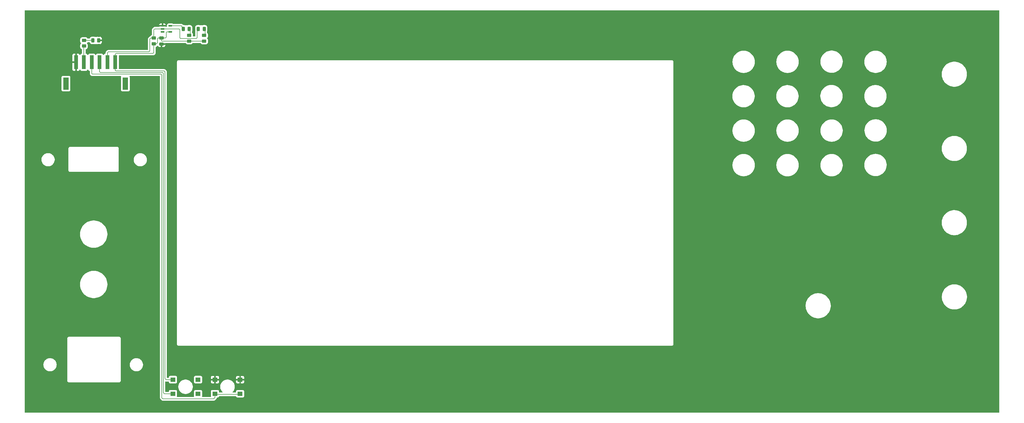
<source format=gbr>
%TF.GenerationSoftware,KiCad,Pcbnew,9.0.4*%
%TF.CreationDate,2025-11-06T12:47:48+01:00*%
%TF.ProjectId,SAUBerry_front_v1,53415542-6572-4727-995f-66726f6e745f,rev?*%
%TF.SameCoordinates,Original*%
%TF.FileFunction,Copper,L2,Bot*%
%TF.FilePolarity,Positive*%
%FSLAX46Y46*%
G04 Gerber Fmt 4.6, Leading zero omitted, Abs format (unit mm)*
G04 Created by KiCad (PCBNEW 9.0.4) date 2025-11-06 12:47:48*
%MOMM*%
%LPD*%
G01*
G04 APERTURE LIST*
G04 Aperture macros list*
%AMRoundRect*
0 Rectangle with rounded corners*
0 $1 Rounding radius*
0 $2 $3 $4 $5 $6 $7 $8 $9 X,Y pos of 4 corners*
0 Add a 4 corners polygon primitive as box body*
4,1,4,$2,$3,$4,$5,$6,$7,$8,$9,$2,$3,0*
0 Add four circle primitives for the rounded corners*
1,1,$1+$1,$2,$3*
1,1,$1+$1,$4,$5*
1,1,$1+$1,$6,$7*
1,1,$1+$1,$8,$9*
0 Add four rect primitives between the rounded corners*
20,1,$1+$1,$2,$3,$4,$5,0*
20,1,$1+$1,$4,$5,$6,$7,0*
20,1,$1+$1,$6,$7,$8,$9,0*
20,1,$1+$1,$8,$9,$2,$3,0*%
G04 Aperture macros list end*
%TA.AperFunction,SMDPad,CuDef*%
%ADD10RoundRect,0.250000X-0.450000X0.262500X-0.450000X-0.262500X0.450000X-0.262500X0.450000X0.262500X0*%
%TD*%
%TA.AperFunction,SMDPad,CuDef*%
%ADD11R,1.600000X1.400000*%
%TD*%
%TA.AperFunction,SMDPad,CuDef*%
%ADD12RoundRect,0.250000X0.450000X-0.262500X0.450000X0.262500X-0.450000X0.262500X-0.450000X-0.262500X0*%
%TD*%
%TA.AperFunction,SMDPad,CuDef*%
%ADD13RoundRect,0.147500X-0.457500X-0.147500X0.457500X-0.147500X0.457500X0.147500X-0.457500X0.147500X0*%
%TD*%
%TA.AperFunction,SMDPad,CuDef*%
%ADD14RoundRect,0.243750X-0.243750X-0.456250X0.243750X-0.456250X0.243750X0.456250X-0.243750X0.456250X0*%
%TD*%
%TA.AperFunction,SMDPad,CuDef*%
%ADD15R,1.295400X4.495800*%
%TD*%
%TA.AperFunction,SMDPad,CuDef*%
%ADD16R,1.803400X3.911600*%
%TD*%
%TA.AperFunction,SMDPad,CuDef*%
%ADD17RoundRect,0.243750X0.243750X0.456250X-0.243750X0.456250X-0.243750X-0.456250X0.243750X-0.456250X0*%
%TD*%
%TA.AperFunction,SMDPad,CuDef*%
%ADD18RoundRect,0.250000X-0.475000X0.250000X-0.475000X-0.250000X0.475000X-0.250000X0.475000X0.250000X0*%
%TD*%
%TA.AperFunction,Conductor*%
%ADD19C,0.200000*%
%TD*%
G04 APERTURE END LIST*
D10*
%TO.P,R1,1*%
%TO.N,Net-(D1-A)*%
X132207000Y-128270000D03*
%TO.P,R1,2*%
%TO.N,Net-(J1-Pad5)*%
X132207000Y-130095000D03*
%TD*%
D11*
%TO.P,SW1,1,1*%
%TO.N,+5V*%
X168510000Y-236450000D03*
X160510000Y-236450000D03*
%TO.P,SW1,2,2*%
%TO.N,Net-(J1-Pad3)*%
X168510000Y-240950000D03*
X160510000Y-240950000D03*
%TD*%
D10*
%TO.P,R4,1*%
%TO.N,Net-(D2-K)*%
X154450000Y-127555000D03*
%TO.P,R4,2*%
%TO.N,+5V*%
X154450000Y-129380000D03*
%TD*%
D11*
%TO.P,SW2,1,1*%
%TO.N,GND*%
X181890000Y-236460000D03*
X173890000Y-236460000D03*
%TO.P,SW2,2,2*%
%TO.N,Net-(J1-Pad4)*%
X181890000Y-240960000D03*
X173890000Y-240960000D03*
%TD*%
D12*
%TO.P,R3,1*%
%TO.N,+5V*%
X165690000Y-128512500D03*
%TO.P,R3,2*%
%TO.N,Net-(D3-A)*%
X165690000Y-126687500D03*
%TD*%
D13*
%TO.P,U1,1*%
%TO.N,unconnected-(U1-Pad1)*%
X157190000Y-125550000D03*
%TO.P,U1,2*%
%TO.N,Net-(D2-K)*%
X157190000Y-124600000D03*
%TO.P,U1,3*%
%TO.N,GND*%
X157190000Y-123650000D03*
%TO.P,U1,4*%
%TO.N,Net-(D3-K)*%
X159700000Y-123650000D03*
%TO.P,U1,5*%
%TO.N,+5V*%
X159700000Y-125550000D03*
%TD*%
D14*
%TO.P,D2,1,K*%
%TO.N,Net-(D2-K)*%
X168590000Y-124600000D03*
%TO.P,D2,2,A*%
%TO.N,Net-(D2-A)*%
X170465000Y-124600000D03*
%TD*%
D15*
%TO.P,J1,1,1*%
%TO.N,+5V*%
X142165400Y-135255000D03*
%TO.P,J1,2,2*%
%TO.N,Net-(D2-K)*%
X139665400Y-135255000D03*
%TO.P,J1,3,3*%
%TO.N,Net-(J1-Pad3)*%
X137165400Y-135255000D03*
%TO.P,J1,4,4*%
%TO.N,Net-(J1-Pad4)*%
X134665400Y-135255000D03*
%TO.P,J1,5,5*%
%TO.N,Net-(J1-Pad5)*%
X132165400Y-135255000D03*
%TO.P,J1,6,6*%
%TO.N,GND*%
X129665400Y-135255000D03*
D16*
%TO.P,J1,7*%
%TO.N,N/C*%
X145365399Y-142055000D03*
%TO.P,J1,8*%
X126465401Y-142055000D03*
%TD*%
D17*
%TO.P,D1,1,K*%
%TO.N,GND*%
X136931523Y-128292000D03*
%TO.P,D1,2,A*%
%TO.N,Net-(D1-A)*%
X135056523Y-128292000D03*
%TD*%
D12*
%TO.P,R2,1*%
%TO.N,+5V*%
X170460000Y-128530000D03*
%TO.P,R2,2*%
%TO.N,Net-(D2-A)*%
X170460000Y-126705000D03*
%TD*%
D14*
%TO.P,D3,1,K*%
%TO.N,Net-(D3-K)*%
X163812500Y-124610000D03*
%TO.P,D3,2,A*%
%TO.N,Net-(D3-A)*%
X165687500Y-124610000D03*
%TD*%
D18*
%TO.P,C1,1*%
%TO.N,+5V*%
X156890000Y-127530000D03*
%TO.P,C1,2*%
%TO.N,GND*%
X156890000Y-129430000D03*
%TD*%
D19*
%TO.N,GND*%
X156890000Y-129460000D02*
X156860000Y-129460000D01*
X156860000Y-129460000D02*
X156780000Y-129380000D01*
%TO.N,Net-(D1-A)*%
X134696000Y-128270000D02*
X134718000Y-128292000D01*
X132207000Y-128270000D02*
X134696000Y-128270000D01*
%TO.N,Net-(J1-Pad3)*%
X168510000Y-240950000D02*
X168335000Y-241125000D01*
X157841200Y-240950000D02*
X157480000Y-240588800D01*
X157480000Y-138811000D02*
X157226000Y-138557000D01*
X160528000Y-240974000D02*
X160329000Y-241173000D01*
X137414000Y-138557000D02*
X137165400Y-138308400D01*
X157226000Y-138557000D02*
X137414000Y-138557000D01*
X157480000Y-240588800D02*
X157480000Y-138811000D01*
X160510000Y-240950000D02*
X157841200Y-240950000D01*
X137165400Y-138308400D02*
X137165400Y-135255000D01*
%TO.N,Net-(J1-Pad4)*%
X173482000Y-242570000D02*
X157327600Y-242570000D01*
X134665400Y-138856400D02*
X134665400Y-135255000D01*
X157327600Y-242570000D02*
X156972000Y-242214400D01*
X156972000Y-139319000D02*
X156718000Y-139065000D01*
X173890000Y-242162000D02*
X173482000Y-242570000D01*
X173890000Y-240960000D02*
X173890000Y-242162000D01*
X156972000Y-242214400D02*
X156972000Y-139319000D01*
X174095400Y-241173000D02*
X181681400Y-241173000D01*
X156718000Y-139065000D02*
X134874000Y-139065000D01*
X173888400Y-240966000D02*
X174095400Y-241173000D01*
X181681400Y-241173000D02*
X181888400Y-240966000D01*
X134874000Y-139065000D02*
X134665400Y-138856400D01*
%TO.N,+5V*%
X142165400Y-137847400D02*
X142165400Y-135255000D01*
X154855000Y-129385000D02*
X154440000Y-129800000D01*
X170460000Y-128530000D02*
X165785000Y-128530000D01*
X160510000Y-236450000D02*
X158345000Y-236450000D01*
X158345000Y-236450000D02*
X157988000Y-236093000D01*
X158369000Y-127276000D02*
X158115000Y-127530000D01*
X142165400Y-135255000D02*
X142165400Y-132662600D01*
X156845000Y-128397000D02*
X156960500Y-128512500D01*
X157734000Y-138049000D02*
X142367000Y-138049000D01*
X158549000Y-125550000D02*
X158369000Y-125730000D01*
X157988000Y-138303000D02*
X157734000Y-138049000D01*
X156845000Y-127575000D02*
X156845000Y-128397000D01*
X156890000Y-127530000D02*
X158115000Y-127530000D01*
X157988000Y-236093000D02*
X157988000Y-138303000D01*
X155575000Y-129032000D02*
X155575000Y-127762000D01*
X154450000Y-129380000D02*
X155227000Y-129380000D01*
X154178000Y-132461000D02*
X154450000Y-132189000D01*
X155807000Y-127530000D02*
X156890000Y-127530000D01*
X159700000Y-125550000D02*
X158549000Y-125550000D01*
X142165400Y-132662600D02*
X142367000Y-132461000D01*
X156890000Y-127530000D02*
X156845000Y-127575000D01*
X142367000Y-138049000D02*
X142165400Y-137847400D01*
X158369000Y-125730000D02*
X158369000Y-127276000D01*
X156960500Y-128512500D02*
X165690000Y-128512500D01*
X142367000Y-132461000D02*
X154178000Y-132461000D01*
X154450000Y-132189000D02*
X154450000Y-129380000D01*
X155227000Y-129380000D02*
X155575000Y-129032000D01*
X165785000Y-128530000D02*
X165780000Y-128525000D01*
X155575000Y-127762000D02*
X155807000Y-127530000D01*
%TO.N,Net-(D2-A)*%
X170460000Y-126705000D02*
X170759400Y-126405600D01*
X170759400Y-126405600D02*
X170759400Y-124600000D01*
%TO.N,Net-(D2-K)*%
X168000000Y-127650000D02*
X168207400Y-127442600D01*
X153160000Y-131701000D02*
X153160000Y-127850000D01*
X168207400Y-127442600D02*
X168207400Y-124600000D01*
X162700000Y-124840000D02*
X162700000Y-127461900D01*
X157190000Y-124600000D02*
X154730000Y-124600000D01*
X154430000Y-124900000D02*
X154430000Y-127535000D01*
X139665400Y-132241600D02*
X139954000Y-131953000D01*
X162700000Y-127461900D02*
X162888100Y-127650000D01*
X162888100Y-127650000D02*
X168000000Y-127650000D01*
X154730000Y-124600000D02*
X154430000Y-124900000D01*
X162460000Y-124600000D02*
X162700000Y-124840000D01*
X157190000Y-124600000D02*
X162460000Y-124600000D01*
X153455000Y-127555000D02*
X154450000Y-127555000D01*
X139665400Y-135255000D02*
X139665400Y-132241600D01*
X153160000Y-127850000D02*
X153455000Y-127555000D01*
X154430000Y-127535000D02*
X154450000Y-127555000D01*
X139954000Y-131953000D02*
X152908000Y-131953000D01*
X152908000Y-131953000D02*
X153160000Y-131701000D01*
%TO.N,Net-(D3-A)*%
X165690000Y-126687500D02*
X165985762Y-126391738D01*
X165985762Y-126391738D02*
X165985762Y-124610000D01*
%TO.N,Net-(D3-K)*%
X163210000Y-123650000D02*
X163433762Y-123873762D01*
X160940000Y-123650000D02*
X161020000Y-123650000D01*
X160940000Y-123650000D02*
X163210000Y-123650000D01*
X163433762Y-123873762D02*
X163433762Y-124610000D01*
X163421362Y-124600000D02*
X163433762Y-124612400D01*
X159700000Y-123650000D02*
X160940000Y-123650000D01*
%TO.N,Net-(J1-Pad5)*%
X132165400Y-130136600D02*
X132207000Y-130095000D01*
X132165400Y-135255000D02*
X132165400Y-130136600D01*
X132165400Y-130263600D02*
X132334000Y-130095000D01*
%TD*%
%TA.AperFunction,Conductor*%
%TO.N,GND*%
G36*
X423432539Y-118690185D02*
G01*
X423478294Y-118742989D01*
X423489500Y-118794500D01*
X423489500Y-246845500D01*
X423469815Y-246912539D01*
X423417011Y-246958294D01*
X423365500Y-246969500D01*
X113464500Y-246969500D01*
X113397461Y-246949815D01*
X113351706Y-246897011D01*
X113340500Y-246845500D01*
X113340500Y-231562332D01*
X119299500Y-231562332D01*
X119299500Y-231837667D01*
X119299501Y-231837684D01*
X119335438Y-232110655D01*
X119335439Y-232110660D01*
X119335440Y-232110666D01*
X119335441Y-232110668D01*
X119406704Y-232376630D01*
X119512075Y-232631017D01*
X119512080Y-232631028D01*
X119591809Y-232769121D01*
X119649751Y-232869479D01*
X119649753Y-232869482D01*
X119649754Y-232869483D01*
X119817370Y-233087926D01*
X119817376Y-233087933D01*
X120012066Y-233282623D01*
X120012072Y-233282628D01*
X120230521Y-233450249D01*
X120383778Y-233538732D01*
X120468971Y-233587919D01*
X120468976Y-233587921D01*
X120468979Y-233587923D01*
X120723368Y-233693295D01*
X120989334Y-233764560D01*
X121262326Y-233800500D01*
X121262333Y-233800500D01*
X121537667Y-233800500D01*
X121537674Y-233800500D01*
X121810666Y-233764560D01*
X122076632Y-233693295D01*
X122331021Y-233587923D01*
X122569479Y-233450249D01*
X122787928Y-233282628D01*
X122982628Y-233087928D01*
X123150249Y-232869479D01*
X123287923Y-232631021D01*
X123393295Y-232376632D01*
X123464560Y-232110666D01*
X123500500Y-231837674D01*
X123500500Y-231562326D01*
X123464560Y-231289334D01*
X123393295Y-231023368D01*
X123287923Y-230768979D01*
X123287921Y-230768976D01*
X123287919Y-230768971D01*
X123238732Y-230683778D01*
X123150249Y-230530521D01*
X122982628Y-230312072D01*
X122982623Y-230312066D01*
X122787933Y-230117376D01*
X122787926Y-230117370D01*
X122569483Y-229949754D01*
X122569482Y-229949753D01*
X122569479Y-229949751D01*
X122474407Y-229894861D01*
X122331028Y-229812080D01*
X122331017Y-229812075D01*
X122076630Y-229706704D01*
X121943649Y-229671072D01*
X121810666Y-229635440D01*
X121810660Y-229635439D01*
X121810655Y-229635438D01*
X121537684Y-229599501D01*
X121537679Y-229599500D01*
X121537674Y-229599500D01*
X121262326Y-229599500D01*
X121262320Y-229599500D01*
X121262315Y-229599501D01*
X120989344Y-229635438D01*
X120989337Y-229635439D01*
X120989334Y-229635440D01*
X120933125Y-229650500D01*
X120723369Y-229706704D01*
X120468982Y-229812075D01*
X120468971Y-229812080D01*
X120230516Y-229949754D01*
X120012073Y-230117370D01*
X120012066Y-230117376D01*
X119817376Y-230312066D01*
X119817370Y-230312073D01*
X119649754Y-230530516D01*
X119512080Y-230768971D01*
X119512075Y-230768982D01*
X119406704Y-231023369D01*
X119335441Y-231289331D01*
X119335438Y-231289344D01*
X119299501Y-231562315D01*
X119299500Y-231562332D01*
X113340500Y-231562332D01*
X113340500Y-223234108D01*
X126899500Y-223234108D01*
X126899500Y-236865891D01*
X126933608Y-236993187D01*
X126943071Y-237009577D01*
X126999500Y-237107314D01*
X127092686Y-237200500D01*
X127206814Y-237266392D01*
X127334108Y-237300500D01*
X127334110Y-237300500D01*
X143465890Y-237300500D01*
X143465892Y-237300500D01*
X143593186Y-237266392D01*
X143707314Y-237200500D01*
X143800500Y-237107314D01*
X143866392Y-236993186D01*
X143900500Y-236865892D01*
X143900500Y-231562332D01*
X146799500Y-231562332D01*
X146799500Y-231837667D01*
X146799501Y-231837684D01*
X146835438Y-232110655D01*
X146835439Y-232110660D01*
X146835440Y-232110666D01*
X146835441Y-232110668D01*
X146906704Y-232376630D01*
X147012075Y-232631017D01*
X147012080Y-232631028D01*
X147091809Y-232769121D01*
X147149751Y-232869479D01*
X147149753Y-232869482D01*
X147149754Y-232869483D01*
X147317370Y-233087926D01*
X147317376Y-233087933D01*
X147512066Y-233282623D01*
X147512072Y-233282628D01*
X147730521Y-233450249D01*
X147883778Y-233538732D01*
X147968971Y-233587919D01*
X147968976Y-233587921D01*
X147968979Y-233587923D01*
X148223368Y-233693295D01*
X148489334Y-233764560D01*
X148762326Y-233800500D01*
X148762333Y-233800500D01*
X149037667Y-233800500D01*
X149037674Y-233800500D01*
X149310666Y-233764560D01*
X149576632Y-233693295D01*
X149831021Y-233587923D01*
X150069479Y-233450249D01*
X150287928Y-233282628D01*
X150482628Y-233087928D01*
X150650249Y-232869479D01*
X150787923Y-232631021D01*
X150893295Y-232376632D01*
X150964560Y-232110666D01*
X151000500Y-231837674D01*
X151000500Y-231562326D01*
X150964560Y-231289334D01*
X150893295Y-231023368D01*
X150787923Y-230768979D01*
X150787921Y-230768976D01*
X150787919Y-230768971D01*
X150738732Y-230683778D01*
X150650249Y-230530521D01*
X150482628Y-230312072D01*
X150482623Y-230312066D01*
X150287933Y-230117376D01*
X150287926Y-230117370D01*
X150069483Y-229949754D01*
X150069482Y-229949753D01*
X150069479Y-229949751D01*
X149974407Y-229894861D01*
X149831028Y-229812080D01*
X149831017Y-229812075D01*
X149576630Y-229706704D01*
X149443649Y-229671072D01*
X149310666Y-229635440D01*
X149310660Y-229635439D01*
X149310655Y-229635438D01*
X149037684Y-229599501D01*
X149037679Y-229599500D01*
X149037674Y-229599500D01*
X148762326Y-229599500D01*
X148762320Y-229599500D01*
X148762315Y-229599501D01*
X148489344Y-229635438D01*
X148489337Y-229635439D01*
X148489334Y-229635440D01*
X148433125Y-229650500D01*
X148223369Y-229706704D01*
X147968982Y-229812075D01*
X147968971Y-229812080D01*
X147730516Y-229949754D01*
X147512073Y-230117370D01*
X147512066Y-230117376D01*
X147317376Y-230312066D01*
X147317370Y-230312073D01*
X147149754Y-230530516D01*
X147012080Y-230768971D01*
X147012075Y-230768982D01*
X146906704Y-231023369D01*
X146835441Y-231289331D01*
X146835438Y-231289344D01*
X146799501Y-231562315D01*
X146799500Y-231562332D01*
X143900500Y-231562332D01*
X143900500Y-223234108D01*
X143866392Y-223106814D01*
X143800500Y-222992686D01*
X143707314Y-222899500D01*
X143650250Y-222866554D01*
X143593187Y-222833608D01*
X143529539Y-222816554D01*
X143465892Y-222799500D01*
X127465892Y-222799500D01*
X127334108Y-222799500D01*
X127206812Y-222833608D01*
X127092686Y-222899500D01*
X127092683Y-222899502D01*
X126999502Y-222992683D01*
X126999500Y-222992686D01*
X126933608Y-223106812D01*
X126899500Y-223234108D01*
X113340500Y-223234108D01*
X113340500Y-205910049D01*
X130949500Y-205910049D01*
X130949500Y-206289950D01*
X130982610Y-206668397D01*
X130982610Y-206668401D01*
X131048575Y-207042508D01*
X131048577Y-207042518D01*
X131146901Y-207409467D01*
X131276833Y-207766450D01*
X131276836Y-207766457D01*
X131276837Y-207766459D01*
X131437378Y-208110742D01*
X131437383Y-208110751D01*
X131627330Y-208439749D01*
X131627334Y-208439755D01*
X131627341Y-208439766D01*
X131845228Y-208750941D01*
X131958137Y-208885500D01*
X132089419Y-209041956D01*
X132358044Y-209310581D01*
X132403973Y-209349120D01*
X132649058Y-209554771D01*
X132960233Y-209772658D01*
X132960240Y-209772662D01*
X132960251Y-209772670D01*
X133163937Y-209890268D01*
X133289242Y-209962613D01*
X133289257Y-209962621D01*
X133377412Y-210003728D01*
X133633550Y-210123167D01*
X133990533Y-210253099D01*
X134357482Y-210351423D01*
X134731605Y-210417390D01*
X135110051Y-210450499D01*
X135110052Y-210450500D01*
X135110053Y-210450500D01*
X135489948Y-210450500D01*
X135489948Y-210450499D01*
X135868395Y-210417390D01*
X136242518Y-210351423D01*
X136609467Y-210253099D01*
X136966450Y-210123167D01*
X137310751Y-209962617D01*
X137639749Y-209772670D01*
X137950940Y-209554772D01*
X138241956Y-209310581D01*
X138510581Y-209041956D01*
X138754772Y-208750940D01*
X138972670Y-208439749D01*
X139162617Y-208110751D01*
X139323167Y-207766450D01*
X139453099Y-207409467D01*
X139551423Y-207042518D01*
X139617390Y-206668395D01*
X139650500Y-206289947D01*
X139650500Y-205910053D01*
X139617390Y-205531605D01*
X139551423Y-205157482D01*
X139453099Y-204790533D01*
X139323167Y-204433550D01*
X139162617Y-204089249D01*
X138972670Y-203760251D01*
X138972662Y-203760240D01*
X138972658Y-203760233D01*
X138754771Y-203449058D01*
X138510578Y-203158041D01*
X138241958Y-202889421D01*
X137950941Y-202645228D01*
X137639766Y-202427341D01*
X137639755Y-202427334D01*
X137639749Y-202427330D01*
X137542004Y-202370897D01*
X137310757Y-202237386D01*
X137310742Y-202237378D01*
X136966459Y-202076837D01*
X136966457Y-202076836D01*
X136966450Y-202076833D01*
X136609467Y-201946901D01*
X136376832Y-201884566D01*
X136242519Y-201848577D01*
X136242508Y-201848575D01*
X135868399Y-201782610D01*
X135489950Y-201749500D01*
X135489947Y-201749500D01*
X135110053Y-201749500D01*
X135110049Y-201749500D01*
X134731602Y-201782610D01*
X134731598Y-201782610D01*
X134357491Y-201848575D01*
X134357480Y-201848577D01*
X134160832Y-201901269D01*
X133990533Y-201946901D01*
X133990530Y-201946902D01*
X133990529Y-201946902D01*
X133791123Y-202019480D01*
X133633550Y-202076833D01*
X133633546Y-202076834D01*
X133633540Y-202076837D01*
X133289257Y-202237378D01*
X133289242Y-202237386D01*
X132960259Y-202427325D01*
X132960233Y-202427341D01*
X132649058Y-202645228D01*
X132358041Y-202889421D01*
X132089421Y-203158041D01*
X131845228Y-203449058D01*
X131627341Y-203760233D01*
X131627325Y-203760259D01*
X131437386Y-204089242D01*
X131437378Y-204089257D01*
X131276837Y-204433540D01*
X131146902Y-204790529D01*
X131146902Y-204790531D01*
X131048577Y-205157480D01*
X131048575Y-205157491D01*
X130982610Y-205531598D01*
X130982610Y-205531602D01*
X130949500Y-205910049D01*
X113340500Y-205910049D01*
X113340500Y-189874980D01*
X130949500Y-189874980D01*
X130949500Y-190254881D01*
X130982610Y-190633328D01*
X130982610Y-190633332D01*
X131048575Y-191007439D01*
X131048577Y-191007449D01*
X131146901Y-191374398D01*
X131276833Y-191731381D01*
X131276836Y-191731388D01*
X131276837Y-191731390D01*
X131437378Y-192075673D01*
X131437383Y-192075682D01*
X131627330Y-192404680D01*
X131627334Y-192404686D01*
X131627341Y-192404697D01*
X131845228Y-192715872D01*
X132021730Y-192926218D01*
X132089419Y-193006887D01*
X132358044Y-193275512D01*
X132403973Y-193314051D01*
X132649058Y-193519702D01*
X132960233Y-193737589D01*
X132960240Y-193737593D01*
X132960251Y-193737601D01*
X133268588Y-193915619D01*
X133289242Y-193927544D01*
X133289257Y-193927552D01*
X133442271Y-193998903D01*
X133633550Y-194088098D01*
X133990533Y-194218030D01*
X134357482Y-194316354D01*
X134731605Y-194382321D01*
X135110051Y-194415430D01*
X135110052Y-194415431D01*
X135110053Y-194415431D01*
X135489948Y-194415431D01*
X135489948Y-194415430D01*
X135868395Y-194382321D01*
X136242518Y-194316354D01*
X136609467Y-194218030D01*
X136966450Y-194088098D01*
X137310751Y-193927548D01*
X137639749Y-193737601D01*
X137950940Y-193519703D01*
X138241956Y-193275512D01*
X138510581Y-193006887D01*
X138754772Y-192715871D01*
X138972670Y-192404680D01*
X139162617Y-192075682D01*
X139323167Y-191731381D01*
X139453099Y-191374398D01*
X139551423Y-191007449D01*
X139617390Y-190633326D01*
X139650500Y-190254878D01*
X139650500Y-189874984D01*
X139617390Y-189496536D01*
X139551423Y-189122413D01*
X139453099Y-188755464D01*
X139323167Y-188398481D01*
X139196153Y-188126099D01*
X139162621Y-188054188D01*
X139162613Y-188054173D01*
X139053114Y-187864515D01*
X138972670Y-187725182D01*
X138972662Y-187725171D01*
X138972658Y-187725164D01*
X138754771Y-187413989D01*
X138510578Y-187122972D01*
X138241958Y-186854352D01*
X137950941Y-186610159D01*
X137639766Y-186392272D01*
X137639755Y-186392265D01*
X137639749Y-186392261D01*
X137385408Y-186245417D01*
X137310757Y-186202317D01*
X137310742Y-186202309D01*
X136966459Y-186041768D01*
X136966457Y-186041767D01*
X136966450Y-186041764D01*
X136609467Y-185911832D01*
X136376832Y-185849497D01*
X136242519Y-185813508D01*
X136242508Y-185813506D01*
X135868399Y-185747541D01*
X135489950Y-185714431D01*
X135489947Y-185714431D01*
X135110053Y-185714431D01*
X135110049Y-185714431D01*
X134731602Y-185747541D01*
X134731598Y-185747541D01*
X134357491Y-185813506D01*
X134357480Y-185813508D01*
X134160832Y-185866200D01*
X133990533Y-185911832D01*
X133990530Y-185911833D01*
X133990529Y-185911833D01*
X133791123Y-185984411D01*
X133633550Y-186041764D01*
X133633546Y-186041765D01*
X133633540Y-186041768D01*
X133289257Y-186202309D01*
X133289242Y-186202317D01*
X132960259Y-186392256D01*
X132960233Y-186392272D01*
X132649058Y-186610159D01*
X132358041Y-186854352D01*
X132089421Y-187122972D01*
X131845228Y-187413989D01*
X131627341Y-187725164D01*
X131627325Y-187725190D01*
X131437386Y-188054173D01*
X131437378Y-188054188D01*
X131276837Y-188398471D01*
X131276834Y-188398477D01*
X131276833Y-188398481D01*
X131249799Y-188472755D01*
X131191535Y-188632835D01*
X131146901Y-188755464D01*
X131135083Y-188799569D01*
X131048577Y-189122411D01*
X131048575Y-189122422D01*
X130982610Y-189496529D01*
X130982610Y-189496533D01*
X130949500Y-189874980D01*
X113340500Y-189874980D01*
X113340500Y-166182332D01*
X118688500Y-166182332D01*
X118688500Y-166457667D01*
X118688501Y-166457684D01*
X118724438Y-166730655D01*
X118724439Y-166730660D01*
X118724440Y-166730666D01*
X118753725Y-166839959D01*
X118795704Y-166996630D01*
X118901075Y-167251017D01*
X118901080Y-167251028D01*
X118965271Y-167362208D01*
X119038751Y-167489479D01*
X119038753Y-167489482D01*
X119038754Y-167489483D01*
X119206370Y-167707926D01*
X119206376Y-167707933D01*
X119401066Y-167902623D01*
X119401072Y-167902628D01*
X119619521Y-168070249D01*
X119772778Y-168158732D01*
X119857971Y-168207919D01*
X119857976Y-168207921D01*
X119857979Y-168207923D01*
X120112368Y-168313295D01*
X120378334Y-168384560D01*
X120651326Y-168420500D01*
X120651333Y-168420500D01*
X120926667Y-168420500D01*
X120926674Y-168420500D01*
X121199666Y-168384560D01*
X121465632Y-168313295D01*
X121720021Y-168207923D01*
X121958479Y-168070249D01*
X122176928Y-167902628D01*
X122371628Y-167707928D01*
X122539249Y-167489479D01*
X122676923Y-167251021D01*
X122782295Y-166996632D01*
X122853560Y-166730666D01*
X122889500Y-166457674D01*
X122889500Y-166182326D01*
X122853560Y-165909334D01*
X122782295Y-165643368D01*
X122676923Y-165388979D01*
X122676921Y-165388976D01*
X122676919Y-165388971D01*
X122614511Y-165280879D01*
X122539249Y-165150521D01*
X122470099Y-165060403D01*
X122371629Y-164932073D01*
X122371623Y-164932066D01*
X122176933Y-164737376D01*
X122176926Y-164737370D01*
X121958483Y-164569754D01*
X121958482Y-164569753D01*
X121958479Y-164569751D01*
X121839212Y-164500892D01*
X121720028Y-164432080D01*
X121720017Y-164432075D01*
X121465630Y-164326704D01*
X121311628Y-164285440D01*
X121199666Y-164255440D01*
X121199660Y-164255439D01*
X121199655Y-164255438D01*
X120926684Y-164219501D01*
X120926679Y-164219500D01*
X120926674Y-164219500D01*
X120651326Y-164219500D01*
X120651320Y-164219500D01*
X120651315Y-164219501D01*
X120378344Y-164255438D01*
X120378337Y-164255439D01*
X120378334Y-164255440D01*
X120322125Y-164270500D01*
X120112369Y-164326704D01*
X119857982Y-164432075D01*
X119857971Y-164432080D01*
X119650800Y-164551692D01*
X119620909Y-164568950D01*
X119619516Y-164569754D01*
X119401073Y-164737370D01*
X119401066Y-164737376D01*
X119206376Y-164932066D01*
X119206370Y-164932073D01*
X119038754Y-165150516D01*
X118901080Y-165388971D01*
X118901075Y-165388982D01*
X118795704Y-165643369D01*
X118724441Y-165909331D01*
X118724438Y-165909344D01*
X118688501Y-166182315D01*
X118688500Y-166182332D01*
X113340500Y-166182332D01*
X113340500Y-162634108D01*
X127278500Y-162634108D01*
X127278500Y-169765892D01*
X127295554Y-169829539D01*
X127312608Y-169893187D01*
X127345554Y-169950250D01*
X127378500Y-170007314D01*
X127471686Y-170100500D01*
X127585814Y-170166392D01*
X127713108Y-170200500D01*
X127713110Y-170200500D01*
X142844890Y-170200500D01*
X142844892Y-170200500D01*
X142972186Y-170166392D01*
X143086314Y-170100500D01*
X143179500Y-170007314D01*
X143245392Y-169893186D01*
X143279500Y-169765892D01*
X143279500Y-166212332D01*
X148028500Y-166212332D01*
X148028500Y-166487667D01*
X148028501Y-166487684D01*
X148064438Y-166760655D01*
X148064439Y-166760660D01*
X148064440Y-166760666D01*
X148093851Y-166870430D01*
X148135704Y-167026630D01*
X148241075Y-167281017D01*
X148241080Y-167281028D01*
X148319071Y-167416111D01*
X148378751Y-167519479D01*
X148378753Y-167519482D01*
X148378754Y-167519483D01*
X148546370Y-167737926D01*
X148546376Y-167737933D01*
X148741066Y-167932623D01*
X148741072Y-167932628D01*
X148959521Y-168100249D01*
X149112778Y-168188732D01*
X149197971Y-168237919D01*
X149197976Y-168237921D01*
X149197979Y-168237923D01*
X149452368Y-168343295D01*
X149718334Y-168414560D01*
X149991326Y-168450500D01*
X149991333Y-168450500D01*
X150266667Y-168450500D01*
X150266674Y-168450500D01*
X150539666Y-168414560D01*
X150805632Y-168343295D01*
X151060021Y-168237923D01*
X151298479Y-168100249D01*
X151516928Y-167932628D01*
X151711628Y-167737928D01*
X151879249Y-167519479D01*
X152016923Y-167281021D01*
X152122295Y-167026632D01*
X152193560Y-166760666D01*
X152229500Y-166487674D01*
X152229500Y-166212326D01*
X152193560Y-165939334D01*
X152122295Y-165673368D01*
X152016923Y-165418979D01*
X152016921Y-165418976D01*
X152016919Y-165418971D01*
X151950652Y-165304194D01*
X151879249Y-165180521D01*
X151711628Y-164962072D01*
X151711623Y-164962066D01*
X151516933Y-164767376D01*
X151516926Y-164767370D01*
X151298483Y-164599754D01*
X151298482Y-164599753D01*
X151298479Y-164599751D01*
X151165023Y-164522700D01*
X151060028Y-164462080D01*
X151060017Y-164462075D01*
X150805630Y-164356704D01*
X150672649Y-164321072D01*
X150539666Y-164285440D01*
X150539660Y-164285439D01*
X150539655Y-164285438D01*
X150266684Y-164249501D01*
X150266679Y-164249500D01*
X150266674Y-164249500D01*
X149991326Y-164249500D01*
X149991320Y-164249500D01*
X149991315Y-164249501D01*
X149718344Y-164285438D01*
X149718337Y-164285439D01*
X149718334Y-164285440D01*
X149662125Y-164300500D01*
X149452369Y-164356704D01*
X149197982Y-164462075D01*
X149197971Y-164462080D01*
X148959516Y-164599754D01*
X148741073Y-164767370D01*
X148741066Y-164767376D01*
X148546376Y-164962066D01*
X148546370Y-164962073D01*
X148378754Y-165180516D01*
X148241080Y-165418971D01*
X148241075Y-165418982D01*
X148135704Y-165673369D01*
X148090569Y-165841818D01*
X148072479Y-165909334D01*
X148064441Y-165939331D01*
X148064438Y-165939344D01*
X148028501Y-166212315D01*
X148028500Y-166212332D01*
X143279500Y-166212332D01*
X143279500Y-162634108D01*
X143245392Y-162506814D01*
X143179500Y-162392686D01*
X143086314Y-162299500D01*
X143029250Y-162266554D01*
X142972187Y-162233608D01*
X142908539Y-162216554D01*
X142844892Y-162199500D01*
X127844892Y-162199500D01*
X127713108Y-162199500D01*
X127585812Y-162233608D01*
X127471686Y-162299500D01*
X127471683Y-162299502D01*
X127378502Y-162392683D01*
X127378500Y-162392686D01*
X127312608Y-162506812D01*
X127302465Y-162544668D01*
X127278500Y-162634108D01*
X113340500Y-162634108D01*
X113340500Y-140051335D01*
X125063201Y-140051335D01*
X125063201Y-144058670D01*
X125063202Y-144058676D01*
X125069609Y-144118283D01*
X125119903Y-144253128D01*
X125119907Y-144253135D01*
X125206153Y-144368344D01*
X125206156Y-144368347D01*
X125321365Y-144454593D01*
X125321372Y-144454597D01*
X125456218Y-144504891D01*
X125456217Y-144504891D01*
X125463145Y-144505635D01*
X125515828Y-144511300D01*
X127414973Y-144511299D01*
X127474584Y-144504891D01*
X127609432Y-144454596D01*
X127724647Y-144368346D01*
X127810897Y-144253131D01*
X127861192Y-144118283D01*
X127867601Y-144058673D01*
X127867600Y-140051328D01*
X127861192Y-139991717D01*
X127810897Y-139856869D01*
X127810896Y-139856868D01*
X127810894Y-139856864D01*
X127724648Y-139741655D01*
X127724645Y-139741652D01*
X127609436Y-139655406D01*
X127609429Y-139655402D01*
X127474583Y-139605108D01*
X127474584Y-139605108D01*
X127414984Y-139598701D01*
X127414982Y-139598700D01*
X127414974Y-139598700D01*
X127414965Y-139598700D01*
X125515830Y-139598700D01*
X125515824Y-139598701D01*
X125456217Y-139605108D01*
X125321372Y-139655402D01*
X125321365Y-139655406D01*
X125206156Y-139741652D01*
X125206153Y-139741655D01*
X125119907Y-139856864D01*
X125119903Y-139856871D01*
X125069609Y-139991717D01*
X125064290Y-140041194D01*
X125063202Y-140051323D01*
X125063201Y-140051335D01*
X113340500Y-140051335D01*
X113340500Y-137550744D01*
X128517700Y-137550744D01*
X128524101Y-137610272D01*
X128524103Y-137610279D01*
X128574345Y-137744986D01*
X128574349Y-137744993D01*
X128660509Y-137860087D01*
X128660512Y-137860090D01*
X128775606Y-137946250D01*
X128775613Y-137946254D01*
X128910320Y-137996496D01*
X128910327Y-137996498D01*
X128969855Y-138002899D01*
X128969872Y-138002900D01*
X129415400Y-138002900D01*
X129415400Y-135505000D01*
X128517700Y-135505000D01*
X128517700Y-137550744D01*
X113340500Y-137550744D01*
X113340500Y-132959255D01*
X128517700Y-132959255D01*
X128517700Y-135005000D01*
X129415400Y-135005000D01*
X129415400Y-132507100D01*
X129915400Y-132507100D01*
X129915400Y-138002900D01*
X130360928Y-138002900D01*
X130360944Y-138002899D01*
X130420472Y-137996498D01*
X130420479Y-137996496D01*
X130555186Y-137946254D01*
X130555193Y-137946250D01*
X130670287Y-137860090D01*
X130670290Y-137860087D01*
X130756450Y-137744993D01*
X130756455Y-137744984D01*
X130798951Y-137631046D01*
X130840822Y-137575112D01*
X130906286Y-137550694D01*
X130974559Y-137565545D01*
X131023965Y-137614950D01*
X131031315Y-137631045D01*
X131073902Y-137745228D01*
X131073906Y-137745235D01*
X131160152Y-137860444D01*
X131160155Y-137860447D01*
X131275364Y-137946693D01*
X131275371Y-137946697D01*
X131410217Y-137996991D01*
X131410216Y-137996991D01*
X131414235Y-137997423D01*
X131469827Y-138003400D01*
X132860972Y-138003399D01*
X132920583Y-137996991D01*
X133055431Y-137946696D01*
X133170646Y-137860446D01*
X133256896Y-137745231D01*
X133299218Y-137631760D01*
X133341089Y-137575826D01*
X133406553Y-137551409D01*
X133474826Y-137566260D01*
X133524232Y-137615665D01*
X133531582Y-137631760D01*
X133573902Y-137745228D01*
X133573906Y-137745235D01*
X133660152Y-137860444D01*
X133660155Y-137860447D01*
X133775364Y-137946693D01*
X133775371Y-137946697D01*
X133801655Y-137956500D01*
X133910217Y-137996991D01*
X133954158Y-138001715D01*
X134018706Y-138028452D01*
X134058554Y-138085845D01*
X134064900Y-138125004D01*
X134064900Y-138769730D01*
X134064899Y-138769748D01*
X134064899Y-138935454D01*
X134064898Y-138935454D01*
X134105823Y-139088185D01*
X134134758Y-139138300D01*
X134134759Y-139138304D01*
X134134760Y-139138304D01*
X134184879Y-139225114D01*
X134184881Y-139225117D01*
X134303749Y-139343985D01*
X134303755Y-139343990D01*
X134389139Y-139429374D01*
X134389149Y-139429385D01*
X134393479Y-139433715D01*
X134393480Y-139433716D01*
X134505284Y-139545520D01*
X134592095Y-139595639D01*
X134592097Y-139595641D01*
X134630151Y-139617611D01*
X134642215Y-139624577D01*
X134794943Y-139665501D01*
X134794946Y-139665501D01*
X134960653Y-139665501D01*
X134960669Y-139665500D01*
X143915439Y-139665500D01*
X143982478Y-139685185D01*
X144028233Y-139737989D01*
X144038177Y-139807147D01*
X144021444Y-139847607D01*
X144024153Y-139849086D01*
X144019901Y-139856871D01*
X143969607Y-139991717D01*
X143964288Y-140041194D01*
X143963200Y-140051323D01*
X143963199Y-140051335D01*
X143963199Y-144058670D01*
X143963200Y-144058676D01*
X143969607Y-144118283D01*
X144019901Y-144253128D01*
X144019905Y-144253135D01*
X144106151Y-144368344D01*
X144106154Y-144368347D01*
X144221363Y-144454593D01*
X144221370Y-144454597D01*
X144356216Y-144504891D01*
X144356215Y-144504891D01*
X144363143Y-144505635D01*
X144415826Y-144511300D01*
X146314971Y-144511299D01*
X146374582Y-144504891D01*
X146509430Y-144454596D01*
X146624645Y-144368346D01*
X146710895Y-144253131D01*
X146761190Y-144118283D01*
X146767599Y-144058673D01*
X146767598Y-140051328D01*
X146761190Y-139991717D01*
X146710895Y-139856869D01*
X146710894Y-139856868D01*
X146706645Y-139849086D01*
X146709913Y-139847301D01*
X146691665Y-139798207D01*
X146706594Y-139729951D01*
X146756055Y-139680601D01*
X146815359Y-139665500D01*
X156247500Y-139665500D01*
X156314539Y-139685185D01*
X156360294Y-139737989D01*
X156371500Y-139789500D01*
X156371500Y-242127730D01*
X156371499Y-242127748D01*
X156371499Y-242293454D01*
X156371498Y-242293454D01*
X156411811Y-242443904D01*
X156412423Y-242446185D01*
X156438264Y-242490942D01*
X156491479Y-242583114D01*
X156491481Y-242583117D01*
X156610349Y-242701985D01*
X156610355Y-242701990D01*
X156842739Y-242934374D01*
X156842749Y-242934385D01*
X156847079Y-242938715D01*
X156847080Y-242938716D01*
X156958884Y-243050520D01*
X156958886Y-243050521D01*
X156958890Y-243050524D01*
X157095809Y-243129573D01*
X157095816Y-243129577D01*
X157207619Y-243159534D01*
X157248542Y-243170500D01*
X157248543Y-243170500D01*
X173395331Y-243170500D01*
X173395347Y-243170501D01*
X173402943Y-243170501D01*
X173561054Y-243170501D01*
X173561057Y-243170501D01*
X173713785Y-243129577D01*
X173763904Y-243100639D01*
X173850716Y-243050520D01*
X173962520Y-242938716D01*
X173962520Y-242938714D01*
X173972728Y-242928507D01*
X173972730Y-242928504D01*
X174258713Y-242642521D01*
X174258716Y-242642520D01*
X174370520Y-242530716D01*
X174420639Y-242443904D01*
X174449577Y-242393785D01*
X174488771Y-242247509D01*
X174490481Y-242242730D01*
X174508173Y-242218421D01*
X174523824Y-242192745D01*
X174528523Y-242190462D01*
X174531597Y-242186239D01*
X174559623Y-242175354D01*
X174586671Y-242162216D01*
X174595313Y-242161494D01*
X174596728Y-242160945D01*
X174598230Y-242161250D01*
X174607234Y-242160499D01*
X174737871Y-242160499D01*
X174737872Y-242160499D01*
X174797483Y-242154091D01*
X174932331Y-242103796D01*
X175047546Y-242017546D01*
X175133796Y-241902331D01*
X175137526Y-241892331D01*
X175151760Y-241854168D01*
X175193630Y-241798234D01*
X175259095Y-241773816D01*
X175267942Y-241773500D01*
X180512058Y-241773500D01*
X180579097Y-241793185D01*
X180624852Y-241845989D01*
X180628240Y-241854168D01*
X180646201Y-241902326D01*
X180646206Y-241902335D01*
X180732452Y-242017544D01*
X180732455Y-242017547D01*
X180847664Y-242103793D01*
X180847671Y-242103797D01*
X180982517Y-242154091D01*
X180982516Y-242154091D01*
X180989444Y-242154835D01*
X181042127Y-242160500D01*
X182737872Y-242160499D01*
X182797483Y-242154091D01*
X182932331Y-242103796D01*
X183047546Y-242017546D01*
X183133796Y-241902331D01*
X183184091Y-241767483D01*
X183190500Y-241707873D01*
X183190499Y-240212128D01*
X183184091Y-240152517D01*
X183180361Y-240142517D01*
X183133797Y-240017671D01*
X183133793Y-240017664D01*
X183047547Y-239902455D01*
X183047544Y-239902452D01*
X182932335Y-239816206D01*
X182932328Y-239816202D01*
X182797482Y-239765908D01*
X182797483Y-239765908D01*
X182737883Y-239759501D01*
X182737881Y-239759500D01*
X182737873Y-239759500D01*
X182737864Y-239759500D01*
X181042129Y-239759500D01*
X181042123Y-239759501D01*
X180982516Y-239765908D01*
X180847671Y-239816202D01*
X180847664Y-239816206D01*
X180732455Y-239902452D01*
X180732452Y-239902455D01*
X180646206Y-240017664D01*
X180646202Y-240017671D01*
X180595908Y-240152517D01*
X180590575Y-240202127D01*
X180589501Y-240212123D01*
X180589500Y-240212135D01*
X180589500Y-240448500D01*
X180569815Y-240515539D01*
X180517011Y-240561294D01*
X180465500Y-240572500D01*
X179584662Y-240572500D01*
X179517623Y-240552815D01*
X179471868Y-240500011D01*
X179461924Y-240430853D01*
X179490949Y-240367297D01*
X179496981Y-240360819D01*
X179621714Y-240236085D01*
X179621719Y-240236080D01*
X179805300Y-239996832D01*
X179956083Y-239735668D01*
X180071487Y-239457058D01*
X180149538Y-239165768D01*
X180188900Y-238866783D01*
X180188900Y-238565217D01*
X180149538Y-238266232D01*
X180071487Y-237974942D01*
X179956083Y-237696332D01*
X179956078Y-237696323D01*
X179956076Y-237696319D01*
X179805300Y-237435168D01*
X179630869Y-237207844D01*
X180590000Y-237207844D01*
X180596401Y-237267372D01*
X180596403Y-237267379D01*
X180646645Y-237402086D01*
X180646649Y-237402093D01*
X180732809Y-237517187D01*
X180732812Y-237517190D01*
X180847906Y-237603350D01*
X180847913Y-237603354D01*
X180982620Y-237653596D01*
X180982627Y-237653598D01*
X181042155Y-237659999D01*
X181042172Y-237660000D01*
X181640000Y-237660000D01*
X182140000Y-237660000D01*
X182737828Y-237660000D01*
X182737844Y-237659999D01*
X182797372Y-237653598D01*
X182797379Y-237653596D01*
X182932086Y-237603354D01*
X182932093Y-237603350D01*
X183047187Y-237517190D01*
X183047190Y-237517187D01*
X183133350Y-237402093D01*
X183133354Y-237402086D01*
X183183596Y-237267379D01*
X183183598Y-237267372D01*
X183189999Y-237207844D01*
X183190000Y-237207824D01*
X183190000Y-236710000D01*
X182140000Y-236710000D01*
X182140000Y-237660000D01*
X181640000Y-237660000D01*
X181640000Y-236710000D01*
X180590000Y-236710000D01*
X180590000Y-237207844D01*
X179630869Y-237207844D01*
X179621720Y-237195921D01*
X179621714Y-237195914D01*
X179408485Y-236982685D01*
X179408478Y-236982679D01*
X179169231Y-236799099D01*
X179111945Y-236766025D01*
X178908071Y-236648318D01*
X178908061Y-236648314D01*
X178629460Y-236532913D01*
X178338166Y-236454861D01*
X178039193Y-236415501D01*
X178039188Y-236415500D01*
X178039183Y-236415500D01*
X177737617Y-236415500D01*
X177737611Y-236415500D01*
X177737606Y-236415501D01*
X177438633Y-236454861D01*
X177147339Y-236532913D01*
X176868738Y-236648314D01*
X176868728Y-236648318D01*
X176607568Y-236799099D01*
X176368321Y-236982679D01*
X176368314Y-236982685D01*
X176155085Y-237195914D01*
X176155079Y-237195921D01*
X175971499Y-237435168D01*
X175820724Y-237696319D01*
X175820714Y-237696338D01*
X175705313Y-237974939D01*
X175627261Y-238266233D01*
X175587901Y-238565206D01*
X175587900Y-238565223D01*
X175587900Y-238866776D01*
X175587901Y-238866793D01*
X175627261Y-239165766D01*
X175705313Y-239457060D01*
X175820714Y-239735661D01*
X175820718Y-239735671D01*
X175971499Y-239996831D01*
X176155079Y-240236078D01*
X176155085Y-240236085D01*
X176279819Y-240360819D01*
X176313304Y-240422142D01*
X176308320Y-240491834D01*
X176266448Y-240547767D01*
X176200984Y-240572184D01*
X176192138Y-240572500D01*
X175314499Y-240572500D01*
X175247460Y-240552815D01*
X175201705Y-240500011D01*
X175190499Y-240448500D01*
X175190499Y-240212129D01*
X175190498Y-240212123D01*
X175190497Y-240212116D01*
X175184091Y-240152517D01*
X175180361Y-240142517D01*
X175133797Y-240017671D01*
X175133793Y-240017664D01*
X175047547Y-239902455D01*
X175047544Y-239902452D01*
X174932335Y-239816206D01*
X174932328Y-239816202D01*
X174797482Y-239765908D01*
X174797483Y-239765908D01*
X174737883Y-239759501D01*
X174737881Y-239759500D01*
X174737873Y-239759500D01*
X174737864Y-239759500D01*
X173042129Y-239759500D01*
X173042123Y-239759501D01*
X172982516Y-239765908D01*
X172847671Y-239816202D01*
X172847664Y-239816206D01*
X172732455Y-239902452D01*
X172732452Y-239902455D01*
X172646206Y-240017664D01*
X172646202Y-240017671D01*
X172595908Y-240152517D01*
X172590575Y-240202127D01*
X172589501Y-240212123D01*
X172589500Y-240212135D01*
X172589500Y-241707870D01*
X172589501Y-241707876D01*
X172595908Y-241767483D01*
X172608845Y-241802167D01*
X172613829Y-241871859D01*
X172580344Y-241933182D01*
X172519020Y-241966666D01*
X172492663Y-241969500D01*
X169903607Y-241969500D01*
X169836568Y-241949815D01*
X169790813Y-241897011D01*
X169780869Y-241827853D01*
X169787425Y-241802167D01*
X169800361Y-241767483D01*
X169804091Y-241757483D01*
X169810500Y-241697873D01*
X169810499Y-240202128D01*
X169804091Y-240142517D01*
X169758206Y-240019494D01*
X169753797Y-240007671D01*
X169753793Y-240007664D01*
X169667547Y-239892455D01*
X169667544Y-239892452D01*
X169552335Y-239806206D01*
X169552328Y-239806202D01*
X169417482Y-239755908D01*
X169417483Y-239755908D01*
X169357883Y-239749501D01*
X169357881Y-239749500D01*
X169357873Y-239749500D01*
X169357864Y-239749500D01*
X167662129Y-239749500D01*
X167662123Y-239749501D01*
X167602516Y-239755908D01*
X167467671Y-239806202D01*
X167467664Y-239806206D01*
X167352455Y-239892452D01*
X167352452Y-239892455D01*
X167266206Y-240007664D01*
X167266202Y-240007671D01*
X167215908Y-240142517D01*
X167209501Y-240202116D01*
X167209501Y-240202123D01*
X167209500Y-240202135D01*
X167209500Y-241697870D01*
X167209501Y-241697876D01*
X167215908Y-241757483D01*
X167232575Y-241802167D01*
X167237559Y-241871858D01*
X167204074Y-241933181D01*
X167142751Y-241966666D01*
X167116393Y-241969500D01*
X161903607Y-241969500D01*
X161836568Y-241949815D01*
X161790813Y-241897011D01*
X161780869Y-241827853D01*
X161787425Y-241802167D01*
X161800361Y-241767483D01*
X161804091Y-241757483D01*
X161810500Y-241697873D01*
X161810499Y-240202128D01*
X161804091Y-240142517D01*
X161758206Y-240019494D01*
X161753797Y-240007671D01*
X161753793Y-240007664D01*
X161667547Y-239892455D01*
X161667544Y-239892452D01*
X161552335Y-239806206D01*
X161552328Y-239806202D01*
X161417482Y-239755908D01*
X161417483Y-239755908D01*
X161357883Y-239749501D01*
X161357881Y-239749500D01*
X161357873Y-239749500D01*
X161357864Y-239749500D01*
X159662129Y-239749500D01*
X159662123Y-239749501D01*
X159602516Y-239755908D01*
X159467671Y-239806202D01*
X159467664Y-239806206D01*
X159352455Y-239892452D01*
X159352452Y-239892455D01*
X159266206Y-240007664D01*
X159266202Y-240007671D01*
X159215908Y-240142517D01*
X159209501Y-240202116D01*
X159209501Y-240202123D01*
X159209500Y-240202135D01*
X159209500Y-240225500D01*
X159189815Y-240292539D01*
X159137011Y-240338294D01*
X159085500Y-240349500D01*
X158204500Y-240349500D01*
X158137461Y-240329815D01*
X158091706Y-240277011D01*
X158080500Y-240225500D01*
X158080500Y-238573223D01*
X162227500Y-238573223D01*
X162227500Y-238874776D01*
X162227501Y-238874793D01*
X162266861Y-239173766D01*
X162344913Y-239465060D01*
X162460314Y-239743661D01*
X162460318Y-239743671D01*
X162611099Y-240004831D01*
X162794679Y-240244078D01*
X162794685Y-240244085D01*
X163007914Y-240457314D01*
X163007921Y-240457320D01*
X163247168Y-240640900D01*
X163508328Y-240791681D01*
X163508329Y-240791681D01*
X163508332Y-240791683D01*
X163694072Y-240868619D01*
X163786939Y-240907086D01*
X163786940Y-240907086D01*
X163786942Y-240907087D01*
X164078232Y-240985138D01*
X164377217Y-241024500D01*
X164377224Y-241024500D01*
X164678776Y-241024500D01*
X164678783Y-241024500D01*
X164977768Y-240985138D01*
X165269058Y-240907087D01*
X165547668Y-240791683D01*
X165808832Y-240640900D01*
X166048080Y-240457319D01*
X166261319Y-240244080D01*
X166444900Y-240004832D01*
X166595683Y-239743668D01*
X166711087Y-239465058D01*
X166789138Y-239173768D01*
X166828500Y-238874783D01*
X166828500Y-238573217D01*
X166789138Y-238274232D01*
X166711087Y-237982942D01*
X166707773Y-237974942D01*
X166595685Y-237704338D01*
X166595681Y-237704328D01*
X166444900Y-237443168D01*
X166261320Y-237203921D01*
X166261314Y-237203914D01*
X166048085Y-236990685D01*
X166048078Y-236990679D01*
X165808831Y-236807099D01*
X165547671Y-236656318D01*
X165547661Y-236656314D01*
X165269060Y-236540913D01*
X164977766Y-236462861D01*
X164678793Y-236423501D01*
X164678788Y-236423500D01*
X164678783Y-236423500D01*
X164377217Y-236423500D01*
X164377211Y-236423500D01*
X164377206Y-236423501D01*
X164078233Y-236462861D01*
X163786939Y-236540913D01*
X163508338Y-236656314D01*
X163508328Y-236656318D01*
X163247168Y-236807099D01*
X163007921Y-236990679D01*
X163007914Y-236990685D01*
X162794685Y-237203914D01*
X162794679Y-237203921D01*
X162611099Y-237443168D01*
X162460318Y-237704328D01*
X162460314Y-237704338D01*
X162344913Y-237982939D01*
X162266861Y-238274233D01*
X162227501Y-238573206D01*
X162227500Y-238573223D01*
X158080500Y-238573223D01*
X158080500Y-237162410D01*
X158100185Y-237095371D01*
X158152989Y-237049616D01*
X158222147Y-237039672D01*
X158236586Y-237042634D01*
X158265942Y-237050500D01*
X158265943Y-237050500D01*
X159085501Y-237050500D01*
X159152540Y-237070185D01*
X159198295Y-237122989D01*
X159209501Y-237174500D01*
X159209501Y-237197876D01*
X159215908Y-237257483D01*
X159266202Y-237392328D01*
X159266206Y-237392335D01*
X159352452Y-237507544D01*
X159352455Y-237507547D01*
X159467664Y-237593793D01*
X159467671Y-237593797D01*
X159602517Y-237644091D01*
X159602516Y-237644091D01*
X159609444Y-237644835D01*
X159662127Y-237650500D01*
X161357872Y-237650499D01*
X161417483Y-237644091D01*
X161552331Y-237593796D01*
X161667546Y-237507546D01*
X161753796Y-237392331D01*
X161804091Y-237257483D01*
X161810500Y-237197873D01*
X161810499Y-235702135D01*
X167209500Y-235702135D01*
X167209500Y-237197870D01*
X167209501Y-237197876D01*
X167215908Y-237257483D01*
X167266202Y-237392328D01*
X167266206Y-237392335D01*
X167352452Y-237507544D01*
X167352455Y-237507547D01*
X167467664Y-237593793D01*
X167467671Y-237593797D01*
X167602517Y-237644091D01*
X167602516Y-237644091D01*
X167609444Y-237644835D01*
X167662127Y-237650500D01*
X169357872Y-237650499D01*
X169417483Y-237644091D01*
X169552331Y-237593796D01*
X169667546Y-237507546D01*
X169753796Y-237392331D01*
X169804091Y-237257483D01*
X169809428Y-237207844D01*
X172590000Y-237207844D01*
X172596401Y-237267372D01*
X172596403Y-237267379D01*
X172646645Y-237402086D01*
X172646649Y-237402093D01*
X172732809Y-237517187D01*
X172732812Y-237517190D01*
X172847906Y-237603350D01*
X172847913Y-237603354D01*
X172982620Y-237653596D01*
X172982627Y-237653598D01*
X173042155Y-237659999D01*
X173042172Y-237660000D01*
X173640000Y-237660000D01*
X174140000Y-237660000D01*
X174737828Y-237660000D01*
X174737844Y-237659999D01*
X174797372Y-237653598D01*
X174797379Y-237653596D01*
X174932086Y-237603354D01*
X174932093Y-237603350D01*
X175047187Y-237517190D01*
X175047190Y-237517187D01*
X175133350Y-237402093D01*
X175133354Y-237402086D01*
X175183596Y-237267379D01*
X175183598Y-237267372D01*
X175189999Y-237207844D01*
X175190000Y-237207824D01*
X175190000Y-236710000D01*
X174140000Y-236710000D01*
X174140000Y-237660000D01*
X173640000Y-237660000D01*
X173640000Y-236710000D01*
X172590000Y-236710000D01*
X172590000Y-237207844D01*
X169809428Y-237207844D01*
X169810500Y-237197873D01*
X169810499Y-236423501D01*
X169810499Y-235712155D01*
X172590000Y-235712155D01*
X172590000Y-236210000D01*
X173640000Y-236210000D01*
X174140000Y-236210000D01*
X175190000Y-236210000D01*
X175190000Y-235712172D01*
X175189999Y-235712155D01*
X180590000Y-235712155D01*
X180590000Y-236210000D01*
X181640000Y-236210000D01*
X182140000Y-236210000D01*
X183190000Y-236210000D01*
X183190000Y-235712172D01*
X183189999Y-235712155D01*
X183183598Y-235652627D01*
X183183596Y-235652620D01*
X183133354Y-235517913D01*
X183133350Y-235517906D01*
X183047190Y-235402812D01*
X183047187Y-235402809D01*
X182932093Y-235316649D01*
X182932086Y-235316645D01*
X182797379Y-235266403D01*
X182797372Y-235266401D01*
X182737844Y-235260000D01*
X182140000Y-235260000D01*
X182140000Y-236210000D01*
X181640000Y-236210000D01*
X181640000Y-235260000D01*
X181042155Y-235260000D01*
X180982627Y-235266401D01*
X180982620Y-235266403D01*
X180847913Y-235316645D01*
X180847906Y-235316649D01*
X180732812Y-235402809D01*
X180732809Y-235402812D01*
X180646649Y-235517906D01*
X180646645Y-235517913D01*
X180596403Y-235652620D01*
X180596401Y-235652627D01*
X180590000Y-235712155D01*
X175189999Y-235712155D01*
X175183598Y-235652627D01*
X175183596Y-235652620D01*
X175133354Y-235517913D01*
X175133350Y-235517906D01*
X175047190Y-235402812D01*
X175047187Y-235402809D01*
X174932093Y-235316649D01*
X174932086Y-235316645D01*
X174797379Y-235266403D01*
X174797372Y-235266401D01*
X174737844Y-235260000D01*
X174140000Y-235260000D01*
X174140000Y-236210000D01*
X173640000Y-236210000D01*
X173640000Y-235260000D01*
X173042155Y-235260000D01*
X172982627Y-235266401D01*
X172982620Y-235266403D01*
X172847913Y-235316645D01*
X172847906Y-235316649D01*
X172732812Y-235402809D01*
X172732809Y-235402812D01*
X172646649Y-235517906D01*
X172646645Y-235517913D01*
X172596403Y-235652620D01*
X172596401Y-235652627D01*
X172590000Y-235712155D01*
X169810499Y-235712155D01*
X169810499Y-235708851D01*
X169810499Y-235702129D01*
X169810498Y-235702123D01*
X169810497Y-235702116D01*
X169804091Y-235642517D01*
X169753796Y-235507669D01*
X169753795Y-235507668D01*
X169753793Y-235507664D01*
X169667547Y-235392455D01*
X169667544Y-235392452D01*
X169552335Y-235306206D01*
X169552328Y-235306202D01*
X169417482Y-235255908D01*
X169417483Y-235255908D01*
X169357883Y-235249501D01*
X169357881Y-235249500D01*
X169357873Y-235249500D01*
X169357864Y-235249500D01*
X167662129Y-235249500D01*
X167662123Y-235249501D01*
X167602516Y-235255908D01*
X167467671Y-235306202D01*
X167467664Y-235306206D01*
X167352455Y-235392452D01*
X167352452Y-235392455D01*
X167266206Y-235507664D01*
X167266202Y-235507671D01*
X167215908Y-235642517D01*
X167209501Y-235702116D01*
X167209501Y-235702123D01*
X167209500Y-235702135D01*
X161810499Y-235702135D01*
X161810499Y-235702128D01*
X161804091Y-235642517D01*
X161753796Y-235507669D01*
X161753795Y-235507668D01*
X161753793Y-235507664D01*
X161667547Y-235392455D01*
X161667544Y-235392452D01*
X161552335Y-235306206D01*
X161552328Y-235306202D01*
X161417482Y-235255908D01*
X161417483Y-235255908D01*
X161357883Y-235249501D01*
X161357881Y-235249500D01*
X161357873Y-235249500D01*
X161357864Y-235249500D01*
X159662129Y-235249500D01*
X159662123Y-235249501D01*
X159602516Y-235255908D01*
X159467671Y-235306202D01*
X159467664Y-235306206D01*
X159352455Y-235392452D01*
X159352452Y-235392455D01*
X159266206Y-235507664D01*
X159266202Y-235507671D01*
X159215908Y-235642517D01*
X159209501Y-235702116D01*
X159209501Y-235702123D01*
X159209500Y-235702135D01*
X159209500Y-235725500D01*
X159189815Y-235792539D01*
X159137011Y-235838294D01*
X159085500Y-235849500D01*
X158712500Y-235849500D01*
X158645461Y-235829815D01*
X158599706Y-235777011D01*
X158588500Y-235725500D01*
X158588500Y-138223945D01*
X158588500Y-138223943D01*
X158562808Y-138128057D01*
X158547577Y-138071215D01*
X158504973Y-137997423D01*
X158468520Y-137934284D01*
X158356716Y-137822480D01*
X158356715Y-137822479D01*
X158352385Y-137818149D01*
X158352374Y-137818139D01*
X158221590Y-137687355D01*
X158221588Y-137687352D01*
X158102717Y-137568481D01*
X158102716Y-137568480D01*
X158010511Y-137515246D01*
X158010510Y-137515245D01*
X157965783Y-137489422D01*
X157909881Y-137474443D01*
X157813057Y-137448499D01*
X157654943Y-137448499D01*
X157647347Y-137448499D01*
X157647331Y-137448500D01*
X143437600Y-137448500D01*
X143370561Y-137428815D01*
X143324806Y-137376011D01*
X143313600Y-137324500D01*
X143313600Y-136274770D01*
X143313600Y-135062108D01*
X161805500Y-135062108D01*
X161805500Y-225193891D01*
X161839608Y-225321187D01*
X161872554Y-225378250D01*
X161905500Y-225435314D01*
X161998686Y-225528500D01*
X162112814Y-225594392D01*
X162240108Y-225628500D01*
X162240110Y-225628500D01*
X319371890Y-225628500D01*
X319371892Y-225628500D01*
X319499186Y-225594392D01*
X319613314Y-225528500D01*
X319706500Y-225435314D01*
X319772392Y-225321186D01*
X319806500Y-225193892D01*
X319806500Y-212689471D01*
X361861100Y-212689471D01*
X361861100Y-213082528D01*
X361899626Y-213473702D01*
X361976304Y-213859194D01*
X361976307Y-213859205D01*
X362090410Y-214235354D01*
X362240830Y-214598499D01*
X362240832Y-214598504D01*
X362426111Y-214945137D01*
X362426122Y-214945155D01*
X362644487Y-215271960D01*
X362644497Y-215271974D01*
X362893854Y-215575817D01*
X363171782Y-215853745D01*
X363171787Y-215853749D01*
X363171788Y-215853750D01*
X363475631Y-216103107D01*
X363802451Y-216321482D01*
X363802460Y-216321487D01*
X363802462Y-216321488D01*
X364149095Y-216506767D01*
X364149097Y-216506767D01*
X364149103Y-216506771D01*
X364512247Y-216657190D01*
X364888385Y-216771290D01*
X364888391Y-216771291D01*
X364888394Y-216771292D01*
X364888405Y-216771295D01*
X365273897Y-216847973D01*
X365665068Y-216886500D01*
X365665071Y-216886500D01*
X366058129Y-216886500D01*
X366058132Y-216886500D01*
X366449303Y-216847973D01*
X366524348Y-216833045D01*
X366834794Y-216771295D01*
X366834805Y-216771292D01*
X366834805Y-216771291D01*
X366834815Y-216771290D01*
X367210953Y-216657190D01*
X367574097Y-216506771D01*
X367920749Y-216321482D01*
X368247569Y-216103107D01*
X368551412Y-215853750D01*
X368829350Y-215575812D01*
X369078707Y-215271969D01*
X369297082Y-214945149D01*
X369482371Y-214598497D01*
X369632790Y-214235353D01*
X369746890Y-213859215D01*
X369746892Y-213859205D01*
X369746895Y-213859194D01*
X369823573Y-213473702D01*
X369862100Y-213082528D01*
X369862100Y-212689471D01*
X369846696Y-212533075D01*
X369823573Y-212298297D01*
X369746895Y-211912805D01*
X369746892Y-211912794D01*
X369746891Y-211912791D01*
X369746890Y-211912785D01*
X369632790Y-211536647D01*
X369482371Y-211173503D01*
X369469955Y-211150275D01*
X369297088Y-210826862D01*
X369297087Y-210826860D01*
X369297082Y-210826851D01*
X369078707Y-210500031D01*
X368829350Y-210196188D01*
X368829349Y-210196187D01*
X368829345Y-210196182D01*
X368551417Y-209918254D01*
X368517316Y-209890268D01*
X405206340Y-209890268D01*
X405206340Y-209918617D01*
X405206340Y-210283332D01*
X405218056Y-210402287D01*
X405244866Y-210674502D01*
X405321544Y-211059994D01*
X405321547Y-211060005D01*
X405435650Y-211436154D01*
X405586070Y-211799299D01*
X405586072Y-211799304D01*
X405771351Y-212145937D01*
X405771362Y-212145955D01*
X405989727Y-212472760D01*
X405989737Y-212472774D01*
X406239094Y-212776617D01*
X406517022Y-213054545D01*
X406517027Y-213054549D01*
X406517028Y-213054550D01*
X406820871Y-213303907D01*
X407147691Y-213522282D01*
X407147700Y-213522287D01*
X407147702Y-213522288D01*
X407494335Y-213707567D01*
X407494337Y-213707567D01*
X407494343Y-213707571D01*
X407857487Y-213857990D01*
X408233625Y-213972090D01*
X408233631Y-213972091D01*
X408233634Y-213972092D01*
X408233645Y-213972095D01*
X408619137Y-214048773D01*
X409010308Y-214087300D01*
X409010311Y-214087300D01*
X409403369Y-214087300D01*
X409403372Y-214087300D01*
X409794543Y-214048773D01*
X409869588Y-214033845D01*
X410180034Y-213972095D01*
X410180045Y-213972092D01*
X410180045Y-213972091D01*
X410180055Y-213972090D01*
X410556193Y-213857990D01*
X410919337Y-213707571D01*
X411265989Y-213522282D01*
X411592809Y-213303907D01*
X411896652Y-213054550D01*
X412174590Y-212776612D01*
X412423947Y-212472769D01*
X412642322Y-212145949D01*
X412827611Y-211799297D01*
X412978030Y-211436153D01*
X413092130Y-211060015D01*
X413092132Y-211060005D01*
X413092135Y-211059994D01*
X413168813Y-210674502D01*
X413185997Y-210500031D01*
X413207340Y-210283332D01*
X413207340Y-209890268D01*
X413168813Y-209499097D01*
X413158145Y-209445465D01*
X413092135Y-209113605D01*
X413092132Y-209113594D01*
X413092131Y-209113591D01*
X413092130Y-209113585D01*
X412978030Y-208737447D01*
X412827611Y-208374303D01*
X412815195Y-208351075D01*
X412642328Y-208027662D01*
X412642327Y-208027660D01*
X412642322Y-208027651D01*
X412423947Y-207700831D01*
X412174590Y-207396988D01*
X412174589Y-207396987D01*
X412174585Y-207396982D01*
X411896657Y-207119054D01*
X411592814Y-206869697D01*
X411592813Y-206869696D01*
X411592809Y-206869693D01*
X411265989Y-206651318D01*
X411265984Y-206651315D01*
X411265977Y-206651311D01*
X410919344Y-206466032D01*
X410919339Y-206466030D01*
X410556194Y-206315610D01*
X410180045Y-206201507D01*
X410180034Y-206201504D01*
X409794542Y-206124826D01*
X409499929Y-206095810D01*
X409403372Y-206086300D01*
X409010308Y-206086300D01*
X408921091Y-206095087D01*
X408619137Y-206124826D01*
X408233645Y-206201504D01*
X408233634Y-206201507D01*
X407857485Y-206315610D01*
X407494340Y-206466030D01*
X407494335Y-206466032D01*
X407147702Y-206651311D01*
X407147684Y-206651322D01*
X406820879Y-206869687D01*
X406820865Y-206869697D01*
X406517022Y-207119054D01*
X406239094Y-207396982D01*
X405989737Y-207700825D01*
X405989727Y-207700839D01*
X405771362Y-208027644D01*
X405771351Y-208027662D01*
X405586072Y-208374295D01*
X405586070Y-208374300D01*
X405435650Y-208737445D01*
X405321547Y-209113594D01*
X405321544Y-209113605D01*
X405244866Y-209499097D01*
X405217922Y-209772670D01*
X405206340Y-209890268D01*
X368517316Y-209890268D01*
X368247574Y-209668897D01*
X368247573Y-209668896D01*
X368247569Y-209668893D01*
X367920749Y-209450518D01*
X367920744Y-209450515D01*
X367920737Y-209450511D01*
X367574104Y-209265232D01*
X367574099Y-209265230D01*
X367210954Y-209114810D01*
X366834805Y-209000707D01*
X366834794Y-209000704D01*
X366449302Y-208924026D01*
X366154689Y-208895010D01*
X366058132Y-208885500D01*
X365665068Y-208885500D01*
X365575851Y-208894287D01*
X365273897Y-208924026D01*
X364888405Y-209000704D01*
X364888394Y-209000707D01*
X364512245Y-209114810D01*
X364149100Y-209265230D01*
X364149095Y-209265232D01*
X363802462Y-209450511D01*
X363802444Y-209450522D01*
X363475639Y-209668887D01*
X363475625Y-209668897D01*
X363171782Y-209918254D01*
X362893854Y-210196182D01*
X362644497Y-210500025D01*
X362644487Y-210500039D01*
X362426122Y-210826844D01*
X362426111Y-210826862D01*
X362240832Y-211173495D01*
X362240830Y-211173500D01*
X362090410Y-211536645D01*
X361976307Y-211912794D01*
X361976304Y-211912805D01*
X361899626Y-212298297D01*
X361861100Y-212689471D01*
X319806500Y-212689471D01*
X319806500Y-186217071D01*
X405193500Y-186217071D01*
X405193500Y-186610128D01*
X405232026Y-187001302D01*
X405308704Y-187386794D01*
X405308707Y-187386805D01*
X405422810Y-187762954D01*
X405573230Y-188126099D01*
X405573232Y-188126104D01*
X405758511Y-188472737D01*
X405758522Y-188472755D01*
X405976887Y-188799560D01*
X405976897Y-188799574D01*
X406226254Y-189103417D01*
X406504182Y-189381345D01*
X406504187Y-189381349D01*
X406504188Y-189381350D01*
X406808031Y-189630707D01*
X407134851Y-189849082D01*
X407134860Y-189849087D01*
X407134862Y-189849088D01*
X407481495Y-190034367D01*
X407481497Y-190034367D01*
X407481503Y-190034371D01*
X407844647Y-190184790D01*
X408220785Y-190298890D01*
X408220791Y-190298891D01*
X408220794Y-190298892D01*
X408220805Y-190298895D01*
X408606297Y-190375573D01*
X408997468Y-190414100D01*
X408997471Y-190414100D01*
X409390529Y-190414100D01*
X409390532Y-190414100D01*
X409781703Y-190375573D01*
X409856748Y-190360645D01*
X410167194Y-190298895D01*
X410167205Y-190298892D01*
X410167205Y-190298891D01*
X410167215Y-190298890D01*
X410543353Y-190184790D01*
X410906497Y-190034371D01*
X411253149Y-189849082D01*
X411579969Y-189630707D01*
X411883812Y-189381350D01*
X412161750Y-189103412D01*
X412411107Y-188799569D01*
X412629482Y-188472749D01*
X412814771Y-188126097D01*
X412965190Y-187762953D01*
X413079290Y-187386815D01*
X413079292Y-187386805D01*
X413079295Y-187386794D01*
X413155973Y-187001302D01*
X413164371Y-186916035D01*
X413194500Y-186610132D01*
X413194500Y-186217068D01*
X413155973Y-185825897D01*
X413133801Y-185714431D01*
X413079295Y-185440405D01*
X413079292Y-185440394D01*
X413079291Y-185440391D01*
X413079290Y-185440385D01*
X412965190Y-185064247D01*
X412814771Y-184701103D01*
X412802355Y-184677875D01*
X412629488Y-184354462D01*
X412629487Y-184354460D01*
X412629482Y-184354451D01*
X412411107Y-184027631D01*
X412161750Y-183723788D01*
X412161749Y-183723787D01*
X412161745Y-183723782D01*
X411883817Y-183445854D01*
X411579974Y-183196497D01*
X411579973Y-183196496D01*
X411579969Y-183196493D01*
X411253149Y-182978118D01*
X411253144Y-182978115D01*
X411253137Y-182978111D01*
X410906504Y-182792832D01*
X410906499Y-182792830D01*
X410543354Y-182642410D01*
X410167205Y-182528307D01*
X410167194Y-182528304D01*
X409781702Y-182451626D01*
X409487089Y-182422610D01*
X409390532Y-182413100D01*
X408997468Y-182413100D01*
X408908251Y-182421887D01*
X408606297Y-182451626D01*
X408220805Y-182528304D01*
X408220794Y-182528307D01*
X407844645Y-182642410D01*
X407481500Y-182792830D01*
X407481495Y-182792832D01*
X407134862Y-182978111D01*
X407134844Y-182978122D01*
X406808039Y-183196487D01*
X406808025Y-183196497D01*
X406504182Y-183445854D01*
X406226254Y-183723782D01*
X405976897Y-184027625D01*
X405976887Y-184027639D01*
X405758522Y-184354444D01*
X405758511Y-184354462D01*
X405573232Y-184701095D01*
X405573230Y-184701100D01*
X405422810Y-185064245D01*
X405308707Y-185440394D01*
X405308704Y-185440405D01*
X405232026Y-185825897D01*
X405193500Y-186217071D01*
X319806500Y-186217071D01*
X319806500Y-167893575D01*
X338587500Y-167893575D01*
X338587500Y-167925048D01*
X338587500Y-168242425D01*
X338594480Y-168313295D01*
X338621692Y-168589594D01*
X338689744Y-168931721D01*
X338689747Y-168931732D01*
X338791016Y-169265571D01*
X338924516Y-169587867D01*
X338924518Y-169587872D01*
X339088955Y-169895511D01*
X339088972Y-169895539D01*
X339282759Y-170185563D01*
X339282776Y-170185586D01*
X339504084Y-170455251D01*
X339750748Y-170701915D01*
X339750753Y-170701919D01*
X339750754Y-170701920D01*
X340020419Y-170923228D01*
X340020426Y-170923233D01*
X340020436Y-170923240D01*
X340310460Y-171117027D01*
X340310465Y-171117030D01*
X340310477Y-171117038D01*
X340310486Y-171117042D01*
X340310488Y-171117044D01*
X340618127Y-171281481D01*
X340618129Y-171281481D01*
X340618135Y-171281485D01*
X340940430Y-171414984D01*
X341274258Y-171516250D01*
X341274264Y-171516251D01*
X341274267Y-171516252D01*
X341274278Y-171516255D01*
X341616405Y-171584307D01*
X341963575Y-171618500D01*
X341963578Y-171618500D01*
X342312422Y-171618500D01*
X342312425Y-171618500D01*
X342659595Y-171584307D01*
X342726197Y-171571059D01*
X343001721Y-171516255D01*
X343001732Y-171516252D01*
X343001732Y-171516251D01*
X343001742Y-171516250D01*
X343335570Y-171414984D01*
X343657865Y-171281485D01*
X343965523Y-171117038D01*
X344255581Y-170923228D01*
X344525246Y-170701920D01*
X344771920Y-170455246D01*
X344993228Y-170185581D01*
X345187038Y-169895523D01*
X345351485Y-169587865D01*
X345484984Y-169265570D01*
X345586250Y-168931742D01*
X345586252Y-168931732D01*
X345586255Y-168931721D01*
X345641059Y-168656197D01*
X345654307Y-168589595D01*
X345688500Y-168242425D01*
X345688500Y-167898778D01*
X352557500Y-167898778D01*
X352557500Y-168247621D01*
X352591692Y-168594794D01*
X352659744Y-168936921D01*
X352659747Y-168936932D01*
X352761016Y-169270771D01*
X352894516Y-169593067D01*
X352894518Y-169593072D01*
X353058955Y-169900711D01*
X353058972Y-169900739D01*
X353252759Y-170190763D01*
X353252776Y-170190786D01*
X353474084Y-170460451D01*
X353720748Y-170707115D01*
X353720753Y-170707119D01*
X353720754Y-170707120D01*
X353990419Y-170928428D01*
X353990426Y-170928433D01*
X353990436Y-170928440D01*
X354280460Y-171122227D01*
X354280465Y-171122230D01*
X354280477Y-171122238D01*
X354280486Y-171122242D01*
X354280488Y-171122244D01*
X354588127Y-171286681D01*
X354588129Y-171286681D01*
X354588135Y-171286685D01*
X354910430Y-171420184D01*
X355244258Y-171521450D01*
X355244264Y-171521451D01*
X355244267Y-171521452D01*
X355244278Y-171521455D01*
X355586405Y-171589507D01*
X355933575Y-171623700D01*
X355933578Y-171623700D01*
X356282422Y-171623700D01*
X356282425Y-171623700D01*
X356629595Y-171589507D01*
X356739227Y-171567700D01*
X356971721Y-171521455D01*
X356971732Y-171521452D01*
X356971732Y-171521451D01*
X356971742Y-171521450D01*
X357305570Y-171420184D01*
X357627865Y-171286685D01*
X357935523Y-171122238D01*
X358225581Y-170928428D01*
X358495246Y-170707120D01*
X358741920Y-170460446D01*
X358963228Y-170190781D01*
X359157038Y-169900723D01*
X359321485Y-169593065D01*
X359454984Y-169270770D01*
X359556250Y-168936942D01*
X359556252Y-168936932D01*
X359556255Y-168936921D01*
X359624307Y-168594794D01*
X359629822Y-168538795D01*
X359658500Y-168247625D01*
X359658500Y-167898778D01*
X366578300Y-167898778D01*
X366578300Y-168247621D01*
X366612492Y-168594794D01*
X366680544Y-168936921D01*
X366680547Y-168936932D01*
X366781816Y-169270771D01*
X366915316Y-169593067D01*
X366915318Y-169593072D01*
X367079755Y-169900711D01*
X367079772Y-169900739D01*
X367273559Y-170190763D01*
X367273576Y-170190786D01*
X367494884Y-170460451D01*
X367741548Y-170707115D01*
X367741553Y-170707119D01*
X367741554Y-170707120D01*
X368011219Y-170928428D01*
X368011226Y-170928433D01*
X368011236Y-170928440D01*
X368301260Y-171122227D01*
X368301265Y-171122230D01*
X368301277Y-171122238D01*
X368301286Y-171122242D01*
X368301288Y-171122244D01*
X368608927Y-171286681D01*
X368608929Y-171286681D01*
X368608935Y-171286685D01*
X368931230Y-171420184D01*
X369265058Y-171521450D01*
X369265064Y-171521451D01*
X369265067Y-171521452D01*
X369265078Y-171521455D01*
X369607205Y-171589507D01*
X369954375Y-171623700D01*
X369954378Y-171623700D01*
X370303222Y-171623700D01*
X370303225Y-171623700D01*
X370650395Y-171589507D01*
X370760027Y-171567700D01*
X370992521Y-171521455D01*
X370992532Y-171521452D01*
X370992532Y-171521451D01*
X370992542Y-171521450D01*
X371326370Y-171420184D01*
X371648665Y-171286685D01*
X371956323Y-171122238D01*
X372246381Y-170928428D01*
X372516046Y-170707120D01*
X372762720Y-170460446D01*
X372984028Y-170190781D01*
X373177838Y-169900723D01*
X373342285Y-169593065D01*
X373475784Y-169270770D01*
X373577050Y-168936942D01*
X373577052Y-168936932D01*
X373577055Y-168936921D01*
X373645107Y-168594794D01*
X373650622Y-168538795D01*
X373679300Y-168247625D01*
X373679300Y-167898775D01*
X373673784Y-167842775D01*
X380548300Y-167842775D01*
X380548300Y-167874248D01*
X380548300Y-168191625D01*
X380558698Y-168297198D01*
X380582492Y-168538794D01*
X380650544Y-168880921D01*
X380650547Y-168880932D01*
X380751816Y-169214771D01*
X380885316Y-169537067D01*
X380885318Y-169537072D01*
X381049755Y-169844711D01*
X381049772Y-169844739D01*
X381243559Y-170134763D01*
X381243576Y-170134786D01*
X381464884Y-170404451D01*
X381711548Y-170651115D01*
X381711553Y-170651119D01*
X381711554Y-170651120D01*
X381981219Y-170872428D01*
X381981226Y-170872433D01*
X381981236Y-170872440D01*
X382271260Y-171066227D01*
X382271265Y-171066230D01*
X382271277Y-171066238D01*
X382271286Y-171066242D01*
X382271288Y-171066244D01*
X382578927Y-171230681D01*
X382578929Y-171230681D01*
X382578935Y-171230685D01*
X382901230Y-171364184D01*
X383235058Y-171465450D01*
X383235064Y-171465451D01*
X383235067Y-171465452D01*
X383235078Y-171465455D01*
X383577205Y-171533507D01*
X383924375Y-171567700D01*
X383924378Y-171567700D01*
X384273222Y-171567700D01*
X384273225Y-171567700D01*
X384620395Y-171533507D01*
X384707152Y-171516250D01*
X384962521Y-171465455D01*
X384962532Y-171465452D01*
X384962532Y-171465451D01*
X384962542Y-171465450D01*
X385296370Y-171364184D01*
X385618665Y-171230685D01*
X385926323Y-171066238D01*
X386216381Y-170872428D01*
X386486046Y-170651120D01*
X386732720Y-170404446D01*
X386954028Y-170134781D01*
X387147838Y-169844723D01*
X387312285Y-169537065D01*
X387445784Y-169214770D01*
X387547050Y-168880942D01*
X387547052Y-168880932D01*
X387547055Y-168880921D01*
X387615107Y-168538794D01*
X387627343Y-168414558D01*
X387649300Y-168191625D01*
X387649300Y-167842775D01*
X387615107Y-167495605D01*
X387605262Y-167446111D01*
X387547055Y-167153478D01*
X387547052Y-167153467D01*
X387547051Y-167153464D01*
X387547050Y-167153458D01*
X387445784Y-166819630D01*
X387312285Y-166497335D01*
X387307126Y-166487684D01*
X387147844Y-166189688D01*
X387147842Y-166189686D01*
X387147838Y-166189677D01*
X387147827Y-166189660D01*
X386954040Y-165899636D01*
X386954033Y-165899626D01*
X386954028Y-165899619D01*
X386732720Y-165629954D01*
X386732719Y-165629953D01*
X386732715Y-165629948D01*
X386486051Y-165383284D01*
X386216386Y-165161976D01*
X386216363Y-165161959D01*
X385926339Y-164968172D01*
X385926311Y-164968155D01*
X385618672Y-164803718D01*
X385618667Y-164803716D01*
X385610538Y-164800349D01*
X385419012Y-164721016D01*
X385296371Y-164670216D01*
X384965192Y-164569754D01*
X384962542Y-164568950D01*
X384962541Y-164568949D01*
X384962532Y-164568947D01*
X384962521Y-164568944D01*
X384620394Y-164500892D01*
X384358920Y-164475140D01*
X384273225Y-164466700D01*
X383924375Y-164466700D01*
X383845194Y-164474498D01*
X383577205Y-164500892D01*
X383235078Y-164568944D01*
X383235067Y-164568947D01*
X382901228Y-164670216D01*
X382578932Y-164803716D01*
X382578927Y-164803718D01*
X382271288Y-164968155D01*
X382271260Y-164968172D01*
X381981236Y-165161959D01*
X381981213Y-165161976D01*
X381711548Y-165383284D01*
X381464884Y-165629948D01*
X381243576Y-165899613D01*
X381243559Y-165899636D01*
X381049772Y-166189660D01*
X381049755Y-166189688D01*
X380885318Y-166497327D01*
X380885316Y-166497332D01*
X380751816Y-166819628D01*
X380650547Y-167153467D01*
X380650544Y-167153478D01*
X380582492Y-167495605D01*
X380558627Y-167737926D01*
X380548300Y-167842775D01*
X373673784Y-167842775D01*
X373660503Y-167707928D01*
X373645107Y-167551605D01*
X373577055Y-167209478D01*
X373577052Y-167209467D01*
X373577051Y-167209464D01*
X373577050Y-167209458D01*
X373475784Y-166875630D01*
X373342285Y-166553335D01*
X373339501Y-166548127D01*
X373177844Y-166245688D01*
X373177842Y-166245686D01*
X373177838Y-166245677D01*
X373174371Y-166240488D01*
X372984040Y-165955636D01*
X372984033Y-165955626D01*
X372984028Y-165955619D01*
X372762720Y-165685954D01*
X372762719Y-165685953D01*
X372762715Y-165685948D01*
X372516051Y-165439284D01*
X372246386Y-165217976D01*
X372246363Y-165217959D01*
X371956339Y-165024172D01*
X371956311Y-165024155D01*
X371648672Y-164859718D01*
X371648667Y-164859716D01*
X371636113Y-164854516D01*
X371554268Y-164820614D01*
X371326371Y-164726216D01*
X370992532Y-164624947D01*
X370992521Y-164624944D01*
X370650394Y-164556892D01*
X370388920Y-164531140D01*
X370303225Y-164522700D01*
X369954375Y-164522700D01*
X369875194Y-164530498D01*
X369607205Y-164556892D01*
X369265078Y-164624944D01*
X369265067Y-164624947D01*
X368931228Y-164726216D01*
X368608932Y-164859716D01*
X368608927Y-164859718D01*
X368301288Y-165024155D01*
X368301260Y-165024172D01*
X368011236Y-165217959D01*
X368011213Y-165217976D01*
X367741548Y-165439284D01*
X367494884Y-165685948D01*
X367273576Y-165955613D01*
X367273559Y-165955636D01*
X367079772Y-166245660D01*
X367079755Y-166245688D01*
X366915318Y-166553327D01*
X366915316Y-166553332D01*
X366781816Y-166875628D01*
X366680547Y-167209467D01*
X366680544Y-167209478D01*
X366612492Y-167551605D01*
X366597096Y-167707933D01*
X366583816Y-167842775D01*
X366578300Y-167898778D01*
X359658500Y-167898778D01*
X359658500Y-167898775D01*
X359624307Y-167551605D01*
X359611950Y-167489483D01*
X359556255Y-167209478D01*
X359556252Y-167209467D01*
X359556251Y-167209464D01*
X359556250Y-167209458D01*
X359454984Y-166875630D01*
X359321485Y-166553335D01*
X359318701Y-166548127D01*
X359157044Y-166245688D01*
X359157042Y-166245686D01*
X359157038Y-166245677D01*
X359153571Y-166240488D01*
X358963240Y-165955636D01*
X358963233Y-165955626D01*
X358963228Y-165955619D01*
X358741920Y-165685954D01*
X358741919Y-165685953D01*
X358741915Y-165685948D01*
X358495251Y-165439284D01*
X358225586Y-165217976D01*
X358225563Y-165217959D01*
X357935539Y-165024172D01*
X357935511Y-165024155D01*
X357627872Y-164859718D01*
X357627867Y-164859716D01*
X357615313Y-164854516D01*
X357533468Y-164820614D01*
X357305571Y-164726216D01*
X356971732Y-164624947D01*
X356971721Y-164624944D01*
X356629594Y-164556892D01*
X356368120Y-164531140D01*
X356282425Y-164522700D01*
X355933575Y-164522700D01*
X355854394Y-164530498D01*
X355586405Y-164556892D01*
X355244278Y-164624944D01*
X355244267Y-164624947D01*
X354910428Y-164726216D01*
X354588132Y-164859716D01*
X354588127Y-164859718D01*
X354280488Y-165024155D01*
X354280460Y-165024172D01*
X353990436Y-165217959D01*
X353990413Y-165217976D01*
X353720748Y-165439284D01*
X353474084Y-165685948D01*
X353252776Y-165955613D01*
X353252759Y-165955636D01*
X353058972Y-166245660D01*
X353058955Y-166245688D01*
X352894518Y-166553327D01*
X352894516Y-166553332D01*
X352761016Y-166875628D01*
X352659747Y-167209467D01*
X352659744Y-167209478D01*
X352591692Y-167551605D01*
X352576296Y-167707933D01*
X352563016Y-167842775D01*
X352557500Y-167898778D01*
X345688500Y-167898778D01*
X345688500Y-167893575D01*
X345654307Y-167546405D01*
X345642984Y-167489479D01*
X345586255Y-167204278D01*
X345586252Y-167204267D01*
X345586251Y-167204264D01*
X345586250Y-167204258D01*
X345484984Y-166870430D01*
X345351485Y-166548135D01*
X345332378Y-166512389D01*
X345187044Y-166240488D01*
X345187042Y-166240486D01*
X345187038Y-166240477D01*
X345187027Y-166240460D01*
X344993240Y-165950436D01*
X344993233Y-165950426D01*
X344993228Y-165950419D01*
X344771920Y-165680754D01*
X344771919Y-165680753D01*
X344771915Y-165680748D01*
X344525251Y-165434084D01*
X344255586Y-165212776D01*
X344255563Y-165212759D01*
X343965539Y-165018972D01*
X343965511Y-165018955D01*
X343657872Y-164854518D01*
X343657867Y-164854516D01*
X343335571Y-164721016D01*
X343001732Y-164619747D01*
X343001721Y-164619744D01*
X342659594Y-164551692D01*
X342398120Y-164525940D01*
X342312425Y-164517500D01*
X341963575Y-164517500D01*
X341884394Y-164525298D01*
X341616405Y-164551692D01*
X341274278Y-164619744D01*
X341274267Y-164619747D01*
X340940428Y-164721016D01*
X340618132Y-164854516D01*
X340618127Y-164854518D01*
X340310488Y-165018955D01*
X340310460Y-165018972D01*
X340020436Y-165212759D01*
X340020413Y-165212776D01*
X339750748Y-165434084D01*
X339504084Y-165680748D01*
X339282776Y-165950413D01*
X339282759Y-165950436D01*
X339088972Y-166240460D01*
X339088955Y-166240488D01*
X338924518Y-166548127D01*
X338924516Y-166548132D01*
X338791016Y-166870428D01*
X338689747Y-167204267D01*
X338689744Y-167204278D01*
X338621692Y-167546405D01*
X338602829Y-167737933D01*
X338587500Y-167893575D01*
X319806500Y-167893575D01*
X319806500Y-162544671D01*
X405193500Y-162544671D01*
X405193500Y-162937728D01*
X405232026Y-163328902D01*
X405308704Y-163714394D01*
X405308707Y-163714405D01*
X405422810Y-164090554D01*
X405573230Y-164453699D01*
X405573232Y-164453704D01*
X405758511Y-164800337D01*
X405758522Y-164800355D01*
X405976887Y-165127160D01*
X405976897Y-165127174D01*
X406226254Y-165431017D01*
X406504182Y-165708945D01*
X406504187Y-165708949D01*
X406504188Y-165708950D01*
X406808031Y-165958307D01*
X407134851Y-166176682D01*
X407134860Y-166176687D01*
X407134862Y-166176688D01*
X407481495Y-166361967D01*
X407481497Y-166361967D01*
X407481503Y-166361971D01*
X407844647Y-166512390D01*
X408220785Y-166626490D01*
X408220791Y-166626491D01*
X408220794Y-166626492D01*
X408220805Y-166626495D01*
X408606297Y-166703173D01*
X408997468Y-166741700D01*
X408997471Y-166741700D01*
X409390529Y-166741700D01*
X409390532Y-166741700D01*
X409781703Y-166703173D01*
X409856748Y-166688245D01*
X410167194Y-166626495D01*
X410167205Y-166626492D01*
X410167205Y-166626491D01*
X410167215Y-166626490D01*
X410543353Y-166512390D01*
X410906497Y-166361971D01*
X411253149Y-166176682D01*
X411579969Y-165958307D01*
X411883812Y-165708950D01*
X412161750Y-165431012D01*
X412411107Y-165127169D01*
X412629482Y-164800349D01*
X412814771Y-164453697D01*
X412965190Y-164090553D01*
X413079290Y-163714415D01*
X413079292Y-163714405D01*
X413079295Y-163714394D01*
X413155973Y-163328902D01*
X413164371Y-163243635D01*
X413194500Y-162937732D01*
X413194500Y-162544668D01*
X413155973Y-162153497D01*
X413079295Y-161768005D01*
X413079292Y-161767994D01*
X413079291Y-161767991D01*
X413079290Y-161767985D01*
X412965190Y-161391847D01*
X412814771Y-161028703D01*
X412802355Y-161005475D01*
X412629488Y-160682062D01*
X412629487Y-160682060D01*
X412629482Y-160682051D01*
X412411107Y-160355231D01*
X412161750Y-160051388D01*
X412161749Y-160051387D01*
X412161745Y-160051382D01*
X411883817Y-159773454D01*
X411579974Y-159524097D01*
X411579973Y-159524096D01*
X411579969Y-159524093D01*
X411253149Y-159305718D01*
X411253144Y-159305715D01*
X411253137Y-159305711D01*
X410906504Y-159120432D01*
X410906499Y-159120430D01*
X410896680Y-159116363D01*
X410800135Y-159076372D01*
X410543354Y-158970010D01*
X410167205Y-158855907D01*
X410167194Y-158855904D01*
X409781702Y-158779226D01*
X409469229Y-158748451D01*
X409390532Y-158740700D01*
X408997468Y-158740700D01*
X408918771Y-158748451D01*
X408606297Y-158779226D01*
X408220805Y-158855904D01*
X408220794Y-158855907D01*
X407844645Y-158970010D01*
X407481500Y-159120430D01*
X407481495Y-159120432D01*
X407134862Y-159305711D01*
X407134844Y-159305722D01*
X406808039Y-159524087D01*
X406808025Y-159524097D01*
X406504182Y-159773454D01*
X406226254Y-160051382D01*
X405976897Y-160355225D01*
X405976887Y-160355239D01*
X405758522Y-160682044D01*
X405758511Y-160682062D01*
X405573232Y-161028695D01*
X405573230Y-161028700D01*
X405422810Y-161391845D01*
X405308707Y-161767994D01*
X405308704Y-161768005D01*
X405232026Y-162153497D01*
X405208469Y-162392683D01*
X405197229Y-162506812D01*
X405193500Y-162544671D01*
X319806500Y-162544671D01*
X319806500Y-156875175D01*
X338587500Y-156875175D01*
X338587500Y-156906648D01*
X338587500Y-157224025D01*
X338597898Y-157329598D01*
X338621692Y-157571194D01*
X338689744Y-157913321D01*
X338689747Y-157913332D01*
X338791016Y-158247171D01*
X338924516Y-158569467D01*
X338924518Y-158569472D01*
X339088955Y-158877111D01*
X339088972Y-158877139D01*
X339282759Y-159167163D01*
X339282776Y-159167186D01*
X339504084Y-159436851D01*
X339750748Y-159683515D01*
X339750753Y-159683519D01*
X339750754Y-159683520D01*
X340020419Y-159904828D01*
X340020426Y-159904833D01*
X340020436Y-159904840D01*
X340310460Y-160098627D01*
X340310465Y-160098630D01*
X340310477Y-160098638D01*
X340310486Y-160098642D01*
X340310488Y-160098644D01*
X340618127Y-160263081D01*
X340618129Y-160263081D01*
X340618135Y-160263085D01*
X340940430Y-160396584D01*
X341274258Y-160497850D01*
X341274264Y-160497851D01*
X341274267Y-160497852D01*
X341274278Y-160497855D01*
X341616405Y-160565907D01*
X341963575Y-160600100D01*
X341963578Y-160600100D01*
X342312422Y-160600100D01*
X342312425Y-160600100D01*
X342659595Y-160565907D01*
X342726197Y-160552659D01*
X343001721Y-160497855D01*
X343001732Y-160497852D01*
X343001732Y-160497851D01*
X343001742Y-160497850D01*
X343335570Y-160396584D01*
X343657865Y-160263085D01*
X343965523Y-160098638D01*
X344255581Y-159904828D01*
X344525246Y-159683520D01*
X344771920Y-159436846D01*
X344993228Y-159167181D01*
X345187038Y-158877123D01*
X345351485Y-158569465D01*
X345484984Y-158247170D01*
X345586250Y-157913342D01*
X345586252Y-157913332D01*
X345586255Y-157913321D01*
X345641059Y-157637797D01*
X345654307Y-157571195D01*
X345688500Y-157224025D01*
X345688500Y-156880378D01*
X352557500Y-156880378D01*
X352557500Y-157229221D01*
X352591692Y-157576394D01*
X352659744Y-157918521D01*
X352659747Y-157918532D01*
X352761016Y-158252371D01*
X352894516Y-158574667D01*
X352894518Y-158574672D01*
X353058955Y-158882311D01*
X353058972Y-158882339D01*
X353252759Y-159172363D01*
X353252776Y-159172386D01*
X353474084Y-159442051D01*
X353720748Y-159688715D01*
X353720753Y-159688719D01*
X353720754Y-159688720D01*
X353990419Y-159910028D01*
X353990426Y-159910033D01*
X353990436Y-159910040D01*
X354280460Y-160103827D01*
X354280465Y-160103830D01*
X354280477Y-160103838D01*
X354280486Y-160103842D01*
X354280488Y-160103844D01*
X354588127Y-160268281D01*
X354588129Y-160268281D01*
X354588135Y-160268285D01*
X354910430Y-160401784D01*
X355244258Y-160503050D01*
X355244264Y-160503051D01*
X355244267Y-160503052D01*
X355244278Y-160503055D01*
X355586405Y-160571107D01*
X355933575Y-160605300D01*
X355933578Y-160605300D01*
X356282422Y-160605300D01*
X356282425Y-160605300D01*
X356629595Y-160571107D01*
X356739227Y-160549300D01*
X356971721Y-160503055D01*
X356971732Y-160503052D01*
X356971732Y-160503051D01*
X356971742Y-160503050D01*
X357305570Y-160401784D01*
X357627865Y-160268285D01*
X357935523Y-160103838D01*
X358225581Y-159910028D01*
X358495246Y-159688720D01*
X358741920Y-159442046D01*
X358963228Y-159172381D01*
X359157038Y-158882323D01*
X359321485Y-158574665D01*
X359454984Y-158252370D01*
X359556250Y-157918542D01*
X359556252Y-157918532D01*
X359556255Y-157918521D01*
X359624307Y-157576394D01*
X359629822Y-157520395D01*
X359658500Y-157229225D01*
X359658500Y-156880378D01*
X366578300Y-156880378D01*
X366578300Y-157229221D01*
X366612492Y-157576394D01*
X366680544Y-157918521D01*
X366680547Y-157918532D01*
X366781816Y-158252371D01*
X366915316Y-158574667D01*
X366915318Y-158574672D01*
X367079755Y-158882311D01*
X367079772Y-158882339D01*
X367273559Y-159172363D01*
X367273576Y-159172386D01*
X367494884Y-159442051D01*
X367741548Y-159688715D01*
X367741553Y-159688719D01*
X367741554Y-159688720D01*
X368011219Y-159910028D01*
X368011226Y-159910033D01*
X368011236Y-159910040D01*
X368301260Y-160103827D01*
X368301265Y-160103830D01*
X368301277Y-160103838D01*
X368301286Y-160103842D01*
X368301288Y-160103844D01*
X368608927Y-160268281D01*
X368608929Y-160268281D01*
X368608935Y-160268285D01*
X368931230Y-160401784D01*
X369265058Y-160503050D01*
X369265064Y-160503051D01*
X369265067Y-160503052D01*
X369265078Y-160503055D01*
X369607205Y-160571107D01*
X369954375Y-160605300D01*
X369954378Y-160605300D01*
X370303222Y-160605300D01*
X370303225Y-160605300D01*
X370650395Y-160571107D01*
X370760027Y-160549300D01*
X370992521Y-160503055D01*
X370992532Y-160503052D01*
X370992532Y-160503051D01*
X370992542Y-160503050D01*
X371326370Y-160401784D01*
X371648665Y-160268285D01*
X371956323Y-160103838D01*
X372246381Y-159910028D01*
X372516046Y-159688720D01*
X372762720Y-159442046D01*
X372984028Y-159172381D01*
X373177838Y-158882323D01*
X373342285Y-158574665D01*
X373475784Y-158252370D01*
X373577050Y-157918542D01*
X373577052Y-157918532D01*
X373577055Y-157918521D01*
X373645107Y-157576394D01*
X373650622Y-157520395D01*
X373679300Y-157229225D01*
X373679300Y-156880375D01*
X373673785Y-156824375D01*
X380599100Y-156824375D01*
X380599100Y-156855848D01*
X380599100Y-157173225D01*
X380609498Y-157278798D01*
X380633292Y-157520394D01*
X380701344Y-157862521D01*
X380701347Y-157862532D01*
X380802616Y-158196371D01*
X380936116Y-158518667D01*
X380936118Y-158518672D01*
X381100555Y-158826311D01*
X381100572Y-158826339D01*
X381294359Y-159116363D01*
X381294376Y-159116386D01*
X381515684Y-159386051D01*
X381762348Y-159632715D01*
X381762353Y-159632719D01*
X381762354Y-159632720D01*
X382032019Y-159854028D01*
X382032026Y-159854033D01*
X382032036Y-159854040D01*
X382322060Y-160047827D01*
X382322065Y-160047830D01*
X382322077Y-160047838D01*
X382322086Y-160047842D01*
X382322088Y-160047844D01*
X382629727Y-160212281D01*
X382629729Y-160212281D01*
X382629735Y-160212285D01*
X382952030Y-160345784D01*
X383285858Y-160447050D01*
X383285864Y-160447051D01*
X383285867Y-160447052D01*
X383285878Y-160447055D01*
X383628005Y-160515107D01*
X383975175Y-160549300D01*
X383975178Y-160549300D01*
X384324022Y-160549300D01*
X384324025Y-160549300D01*
X384671195Y-160515107D01*
X384757952Y-160497850D01*
X385013321Y-160447055D01*
X385013332Y-160447052D01*
X385013332Y-160447051D01*
X385013342Y-160447050D01*
X385347170Y-160345784D01*
X385669465Y-160212285D01*
X385977123Y-160047838D01*
X386267181Y-159854028D01*
X386536846Y-159632720D01*
X386783520Y-159386046D01*
X387004828Y-159116381D01*
X387198638Y-158826323D01*
X387363085Y-158518665D01*
X387496584Y-158196370D01*
X387597850Y-157862542D01*
X387597852Y-157862532D01*
X387597855Y-157862521D01*
X387665907Y-157520394D01*
X387675218Y-157425857D01*
X387700100Y-157173225D01*
X387700100Y-156824375D01*
X387665907Y-156477205D01*
X387597855Y-156135078D01*
X387597852Y-156135067D01*
X387597851Y-156135064D01*
X387597850Y-156135058D01*
X387496584Y-155801230D01*
X387363085Y-155478935D01*
X387297347Y-155355949D01*
X387198644Y-155171288D01*
X387198642Y-155171286D01*
X387198638Y-155171277D01*
X387198627Y-155171260D01*
X387004840Y-154881236D01*
X387004833Y-154881226D01*
X387004828Y-154881219D01*
X386783520Y-154611554D01*
X386783519Y-154611553D01*
X386783515Y-154611548D01*
X386536851Y-154364884D01*
X386267186Y-154143576D01*
X386267163Y-154143559D01*
X385977139Y-153949772D01*
X385977111Y-153949755D01*
X385669472Y-153785318D01*
X385669467Y-153785316D01*
X385347171Y-153651816D01*
X385013332Y-153550547D01*
X385013321Y-153550544D01*
X384671194Y-153482492D01*
X384409720Y-153456740D01*
X384324025Y-153448300D01*
X383975175Y-153448300D01*
X383895994Y-153456098D01*
X383628005Y-153482492D01*
X383285878Y-153550544D01*
X383285867Y-153550547D01*
X382952028Y-153651816D01*
X382629732Y-153785316D01*
X382629727Y-153785318D01*
X382322088Y-153949755D01*
X382322060Y-153949772D01*
X382032036Y-154143559D01*
X382032013Y-154143576D01*
X381762348Y-154364884D01*
X381515684Y-154611548D01*
X381294376Y-154881213D01*
X381294359Y-154881236D01*
X381100572Y-155171260D01*
X381100555Y-155171288D01*
X380936118Y-155478927D01*
X380936116Y-155478932D01*
X380802616Y-155801228D01*
X380701347Y-156135067D01*
X380701344Y-156135078D01*
X380633292Y-156477205D01*
X380618466Y-156627743D01*
X380599100Y-156824375D01*
X373673785Y-156824375D01*
X373645107Y-156533205D01*
X373633968Y-156477205D01*
X373577055Y-156191078D01*
X373577052Y-156191067D01*
X373577051Y-156191064D01*
X373577050Y-156191058D01*
X373475784Y-155857230D01*
X373342285Y-155534935D01*
X373339501Y-155529727D01*
X373177844Y-155227288D01*
X373177842Y-155227286D01*
X373177838Y-155227277D01*
X373174371Y-155222088D01*
X372984040Y-154937236D01*
X372984033Y-154937226D01*
X372984028Y-154937219D01*
X372762720Y-154667554D01*
X372762719Y-154667553D01*
X372762715Y-154667548D01*
X372516051Y-154420884D01*
X372246386Y-154199576D01*
X372246363Y-154199559D01*
X371956339Y-154005772D01*
X371956311Y-154005755D01*
X371648672Y-153841318D01*
X371648667Y-153841316D01*
X371636113Y-153836116D01*
X371554268Y-153802214D01*
X371326371Y-153707816D01*
X370992532Y-153606547D01*
X370992521Y-153606544D01*
X370650394Y-153538492D01*
X370388920Y-153512740D01*
X370303225Y-153504300D01*
X369954375Y-153504300D01*
X369875194Y-153512098D01*
X369607205Y-153538492D01*
X369265078Y-153606544D01*
X369265067Y-153606547D01*
X368931228Y-153707816D01*
X368608932Y-153841316D01*
X368608927Y-153841318D01*
X368301288Y-154005755D01*
X368301260Y-154005772D01*
X368011236Y-154199559D01*
X368011213Y-154199576D01*
X367741548Y-154420884D01*
X367494884Y-154667548D01*
X367273576Y-154937213D01*
X367273559Y-154937236D01*
X367079772Y-155227260D01*
X367079755Y-155227288D01*
X366915318Y-155534927D01*
X366915316Y-155534932D01*
X366781816Y-155857228D01*
X366680547Y-156191067D01*
X366680544Y-156191078D01*
X366612492Y-156533205D01*
X366586098Y-156801194D01*
X366583816Y-156824375D01*
X366578300Y-156880378D01*
X359658500Y-156880378D01*
X359658500Y-156880375D01*
X359624307Y-156533205D01*
X359613168Y-156477205D01*
X359556255Y-156191078D01*
X359556252Y-156191067D01*
X359556251Y-156191064D01*
X359556250Y-156191058D01*
X359454984Y-155857230D01*
X359321485Y-155534935D01*
X359318701Y-155529727D01*
X359157044Y-155227288D01*
X359157042Y-155227286D01*
X359157038Y-155227277D01*
X359153571Y-155222088D01*
X358963240Y-154937236D01*
X358963233Y-154937226D01*
X358963228Y-154937219D01*
X358741920Y-154667554D01*
X358741919Y-154667553D01*
X358741915Y-154667548D01*
X358495251Y-154420884D01*
X358225586Y-154199576D01*
X358225563Y-154199559D01*
X357935539Y-154005772D01*
X357935511Y-154005755D01*
X357627872Y-153841318D01*
X357627867Y-153841316D01*
X357615313Y-153836116D01*
X357533468Y-153802214D01*
X357305571Y-153707816D01*
X356971732Y-153606547D01*
X356971721Y-153606544D01*
X356629594Y-153538492D01*
X356368120Y-153512740D01*
X356282425Y-153504300D01*
X355933575Y-153504300D01*
X355854394Y-153512098D01*
X355586405Y-153538492D01*
X355244278Y-153606544D01*
X355244267Y-153606547D01*
X354910428Y-153707816D01*
X354588132Y-153841316D01*
X354588127Y-153841318D01*
X354280488Y-154005755D01*
X354280460Y-154005772D01*
X353990436Y-154199559D01*
X353990413Y-154199576D01*
X353720748Y-154420884D01*
X353474084Y-154667548D01*
X353252776Y-154937213D01*
X353252759Y-154937236D01*
X353058972Y-155227260D01*
X353058955Y-155227288D01*
X352894518Y-155534927D01*
X352894516Y-155534932D01*
X352761016Y-155857228D01*
X352659747Y-156191067D01*
X352659744Y-156191078D01*
X352591692Y-156533205D01*
X352565298Y-156801194D01*
X352563016Y-156824375D01*
X352557500Y-156880378D01*
X345688500Y-156880378D01*
X345688500Y-156875175D01*
X345654307Y-156528005D01*
X345644202Y-156477205D01*
X345586255Y-156185878D01*
X345586252Y-156185867D01*
X345586251Y-156185864D01*
X345586250Y-156185858D01*
X345484984Y-155852030D01*
X345351485Y-155529735D01*
X345324327Y-155478927D01*
X345187044Y-155222088D01*
X345187042Y-155222086D01*
X345187038Y-155222077D01*
X345153095Y-155171277D01*
X344993240Y-154932036D01*
X344993233Y-154932026D01*
X344993228Y-154932019D01*
X344771920Y-154662354D01*
X344771919Y-154662353D01*
X344771915Y-154662348D01*
X344525251Y-154415684D01*
X344255586Y-154194376D01*
X344255563Y-154194359D01*
X343965539Y-154000572D01*
X343965511Y-154000555D01*
X343657872Y-153836118D01*
X343657867Y-153836116D01*
X343335571Y-153702616D01*
X343001732Y-153601347D01*
X343001721Y-153601344D01*
X342659594Y-153533292D01*
X342398120Y-153507540D01*
X342312425Y-153499100D01*
X341963575Y-153499100D01*
X341884394Y-153506898D01*
X341616405Y-153533292D01*
X341274278Y-153601344D01*
X341274267Y-153601347D01*
X340940428Y-153702616D01*
X340618132Y-153836116D01*
X340618127Y-153836118D01*
X340310488Y-154000555D01*
X340310460Y-154000572D01*
X340020436Y-154194359D01*
X340020413Y-154194376D01*
X339750748Y-154415684D01*
X339504084Y-154662348D01*
X339282776Y-154932013D01*
X339282759Y-154932036D01*
X339088972Y-155222060D01*
X339088955Y-155222088D01*
X338924518Y-155529727D01*
X338924516Y-155529732D01*
X338791016Y-155852028D01*
X338689747Y-156185867D01*
X338689744Y-156185878D01*
X338621692Y-156528005D01*
X338595298Y-156795994D01*
X338587500Y-156875175D01*
X319806500Y-156875175D01*
X319806500Y-145912378D01*
X338550700Y-145912378D01*
X338550700Y-146261221D01*
X338584892Y-146608394D01*
X338652944Y-146950521D01*
X338652947Y-146950532D01*
X338754216Y-147284371D01*
X338887716Y-147606667D01*
X338887718Y-147606672D01*
X339052155Y-147914311D01*
X339052172Y-147914339D01*
X339245959Y-148204363D01*
X339245976Y-148204386D01*
X339467284Y-148474051D01*
X339713948Y-148720715D01*
X339713953Y-148720719D01*
X339713954Y-148720720D01*
X339983619Y-148942028D01*
X339983626Y-148942033D01*
X339983636Y-148942040D01*
X340273660Y-149135827D01*
X340273665Y-149135830D01*
X340273677Y-149135838D01*
X340273686Y-149135842D01*
X340273688Y-149135844D01*
X340581327Y-149300281D01*
X340581329Y-149300281D01*
X340581335Y-149300285D01*
X340903630Y-149433784D01*
X341237458Y-149535050D01*
X341237464Y-149535051D01*
X341237467Y-149535052D01*
X341237478Y-149535055D01*
X341579605Y-149603107D01*
X341926775Y-149637300D01*
X341926778Y-149637300D01*
X342275622Y-149637300D01*
X342275625Y-149637300D01*
X342622795Y-149603107D01*
X342693178Y-149589107D01*
X342964921Y-149535055D01*
X342964932Y-149535052D01*
X342964932Y-149535051D01*
X342964942Y-149535050D01*
X343298770Y-149433784D01*
X343621065Y-149300285D01*
X343928723Y-149135838D01*
X344218781Y-148942028D01*
X344488446Y-148720720D01*
X344735120Y-148474046D01*
X344956428Y-148204381D01*
X345150238Y-147914323D01*
X345314685Y-147606665D01*
X345448184Y-147284370D01*
X345549450Y-146950542D01*
X345549452Y-146950532D01*
X345549455Y-146950521D01*
X345617507Y-146608394D01*
X345651700Y-146261221D01*
X345651700Y-145912378D01*
X352520700Y-145912378D01*
X352520700Y-146261221D01*
X352554892Y-146608394D01*
X352622944Y-146950521D01*
X352622947Y-146950532D01*
X352724216Y-147284371D01*
X352857716Y-147606667D01*
X352857718Y-147606672D01*
X353022155Y-147914311D01*
X353022172Y-147914339D01*
X353215959Y-148204363D01*
X353215976Y-148204386D01*
X353437284Y-148474051D01*
X353683948Y-148720715D01*
X353683953Y-148720719D01*
X353683954Y-148720720D01*
X353953619Y-148942028D01*
X353953626Y-148942033D01*
X353953636Y-148942040D01*
X354243660Y-149135827D01*
X354243665Y-149135830D01*
X354243677Y-149135838D01*
X354243686Y-149135842D01*
X354243688Y-149135844D01*
X354551327Y-149300281D01*
X354551329Y-149300281D01*
X354551335Y-149300285D01*
X354873630Y-149433784D01*
X355207458Y-149535050D01*
X355207464Y-149535051D01*
X355207467Y-149535052D01*
X355207478Y-149535055D01*
X355549605Y-149603107D01*
X355896775Y-149637300D01*
X355896778Y-149637300D01*
X356245622Y-149637300D01*
X356245625Y-149637300D01*
X356592795Y-149603107D01*
X356663178Y-149589107D01*
X356934921Y-149535055D01*
X356934932Y-149535052D01*
X356934932Y-149535051D01*
X356934942Y-149535050D01*
X357268770Y-149433784D01*
X357591065Y-149300285D01*
X357898723Y-149135838D01*
X358188781Y-148942028D01*
X358458446Y-148720720D01*
X358705120Y-148474046D01*
X358926428Y-148204381D01*
X359120238Y-147914323D01*
X359284685Y-147606665D01*
X359418184Y-147284370D01*
X359519450Y-146950542D01*
X359519452Y-146950532D01*
X359519455Y-146950521D01*
X359587507Y-146608394D01*
X359621700Y-146261221D01*
X359621700Y-145912377D01*
X359617594Y-145870684D01*
X359616697Y-145861575D01*
X366541500Y-145861575D01*
X366541500Y-145893048D01*
X366541500Y-146210425D01*
X366551898Y-146315998D01*
X366575692Y-146557594D01*
X366643744Y-146899721D01*
X366643747Y-146899732D01*
X366745016Y-147233571D01*
X366878516Y-147555867D01*
X366878518Y-147555872D01*
X367042955Y-147863511D01*
X367042972Y-147863539D01*
X367236759Y-148153563D01*
X367236776Y-148153586D01*
X367458084Y-148423251D01*
X367704748Y-148669915D01*
X367704753Y-148669919D01*
X367704754Y-148669920D01*
X367974419Y-148891228D01*
X367974426Y-148891233D01*
X367974436Y-148891240D01*
X368264460Y-149085027D01*
X368264465Y-149085030D01*
X368264477Y-149085038D01*
X368264486Y-149085042D01*
X368264488Y-149085044D01*
X368572127Y-149249481D01*
X368572129Y-149249481D01*
X368572135Y-149249485D01*
X368894430Y-149382984D01*
X369228258Y-149484250D01*
X369228264Y-149484251D01*
X369228267Y-149484252D01*
X369228278Y-149484255D01*
X369570405Y-149552307D01*
X369917575Y-149586500D01*
X369917578Y-149586500D01*
X370266422Y-149586500D01*
X370266425Y-149586500D01*
X370613595Y-149552307D01*
X370700352Y-149535050D01*
X370955721Y-149484255D01*
X370955732Y-149484252D01*
X370955732Y-149484251D01*
X370955742Y-149484250D01*
X371289570Y-149382984D01*
X371611865Y-149249485D01*
X371919523Y-149085038D01*
X372209581Y-148891228D01*
X372479246Y-148669920D01*
X372725920Y-148423246D01*
X372947228Y-148153581D01*
X373141038Y-147863523D01*
X373305485Y-147555865D01*
X373438984Y-147233570D01*
X373540250Y-146899742D01*
X373540252Y-146899732D01*
X373540255Y-146899721D01*
X373608307Y-146557594D01*
X373617618Y-146463057D01*
X373642500Y-146210425D01*
X373642500Y-145898375D01*
X380525500Y-145898375D01*
X380525500Y-145929848D01*
X380525500Y-146247225D01*
X380526879Y-146261225D01*
X380559692Y-146594394D01*
X380627744Y-146936521D01*
X380627747Y-146936532D01*
X380627749Y-146936541D01*
X380627750Y-146936542D01*
X380631994Y-146950532D01*
X380729016Y-147270371D01*
X380862516Y-147592667D01*
X380862518Y-147592672D01*
X381026955Y-147900311D01*
X381026972Y-147900339D01*
X381220759Y-148190363D01*
X381220776Y-148190386D01*
X381442084Y-148460051D01*
X381688748Y-148706715D01*
X381688753Y-148706719D01*
X381688754Y-148706720D01*
X381958419Y-148928028D01*
X381958426Y-148928033D01*
X381958436Y-148928040D01*
X382248460Y-149121827D01*
X382248465Y-149121830D01*
X382248477Y-149121838D01*
X382248486Y-149121842D01*
X382248488Y-149121844D01*
X382556127Y-149286281D01*
X382556129Y-149286281D01*
X382556135Y-149286285D01*
X382878430Y-149419784D01*
X383212258Y-149521050D01*
X383212264Y-149521051D01*
X383212267Y-149521052D01*
X383212278Y-149521055D01*
X383554405Y-149589107D01*
X383901575Y-149623300D01*
X383901578Y-149623300D01*
X384250422Y-149623300D01*
X384250425Y-149623300D01*
X384597595Y-149589107D01*
X384664197Y-149575859D01*
X384939721Y-149521055D01*
X384939732Y-149521052D01*
X384939732Y-149521051D01*
X384939742Y-149521050D01*
X385273570Y-149419784D01*
X385595865Y-149286285D01*
X385903523Y-149121838D01*
X386193581Y-148928028D01*
X386463246Y-148706720D01*
X386709920Y-148460046D01*
X386931228Y-148190381D01*
X387125038Y-147900323D01*
X387289485Y-147592665D01*
X387422984Y-147270370D01*
X387524250Y-146936542D01*
X387524252Y-146936532D01*
X387524255Y-146936521D01*
X387592307Y-146594394D01*
X387595931Y-146557595D01*
X387626500Y-146247225D01*
X387626500Y-145898375D01*
X387592307Y-145551205D01*
X387558453Y-145381008D01*
X387524255Y-145209078D01*
X387524252Y-145209067D01*
X387524251Y-145209064D01*
X387524250Y-145209058D01*
X387422984Y-144875230D01*
X387289485Y-144552935D01*
X387269813Y-144516132D01*
X387125044Y-144245288D01*
X387125042Y-144245286D01*
X387125038Y-144245277D01*
X387125027Y-144245260D01*
X386931240Y-143955236D01*
X386931233Y-143955226D01*
X386931228Y-143955219D01*
X386709920Y-143685554D01*
X386709919Y-143685553D01*
X386709915Y-143685548D01*
X386463251Y-143438884D01*
X386193586Y-143217576D01*
X386193563Y-143217559D01*
X385903539Y-143023772D01*
X385903511Y-143023755D01*
X385595872Y-142859318D01*
X385595867Y-142859316D01*
X385547276Y-142839189D01*
X385501468Y-142820214D01*
X385273571Y-142725816D01*
X384939732Y-142624547D01*
X384939721Y-142624544D01*
X384597594Y-142556492D01*
X384336120Y-142530740D01*
X384250425Y-142522300D01*
X383901575Y-142522300D01*
X383822394Y-142530098D01*
X383554405Y-142556492D01*
X383212278Y-142624544D01*
X383212267Y-142624547D01*
X382878428Y-142725816D01*
X382556132Y-142859316D01*
X382556127Y-142859318D01*
X382248488Y-143023755D01*
X382248460Y-143023772D01*
X381958436Y-143217559D01*
X381958413Y-143217576D01*
X381688748Y-143438884D01*
X381442084Y-143685548D01*
X381220776Y-143955213D01*
X381220759Y-143955236D01*
X381026972Y-144245260D01*
X381026955Y-144245288D01*
X380862518Y-144552927D01*
X380862516Y-144552932D01*
X380729016Y-144875228D01*
X380627747Y-145209067D01*
X380627744Y-145209078D01*
X380559692Y-145551205D01*
X380533298Y-145819194D01*
X380525500Y-145898375D01*
X373642500Y-145898375D01*
X373642500Y-145861575D01*
X373608307Y-145514405D01*
X373578988Y-145367008D01*
X373540255Y-145172278D01*
X373540252Y-145172267D01*
X373540251Y-145172264D01*
X373540250Y-145172258D01*
X373438984Y-144838430D01*
X373305485Y-144516135D01*
X373226490Y-144368347D01*
X373141044Y-144208488D01*
X373141042Y-144208486D01*
X373141038Y-144208477D01*
X373125876Y-144185785D01*
X372947240Y-143918436D01*
X372947233Y-143918426D01*
X372947228Y-143918419D01*
X372725920Y-143648754D01*
X372725919Y-143648753D01*
X372725915Y-143648748D01*
X372479251Y-143402084D01*
X372209586Y-143180776D01*
X372209563Y-143180759D01*
X371919539Y-142986972D01*
X371919511Y-142986955D01*
X371611872Y-142822518D01*
X371611867Y-142822516D01*
X371289571Y-142689016D01*
X370955732Y-142587747D01*
X370955721Y-142587744D01*
X370613594Y-142519692D01*
X370352120Y-142493940D01*
X370266425Y-142485500D01*
X369917575Y-142485500D01*
X369838394Y-142493298D01*
X369570405Y-142519692D01*
X369228278Y-142587744D01*
X369228267Y-142587747D01*
X368894428Y-142689016D01*
X368572132Y-142822516D01*
X368572127Y-142822518D01*
X368264488Y-142986955D01*
X368264460Y-142986972D01*
X367974436Y-143180759D01*
X367974413Y-143180776D01*
X367704748Y-143402084D01*
X367458084Y-143648748D01*
X367236776Y-143918413D01*
X367236759Y-143918436D01*
X367042972Y-144208460D01*
X367042955Y-144208488D01*
X366878518Y-144516127D01*
X366878516Y-144516132D01*
X366745016Y-144838428D01*
X366643747Y-145172267D01*
X366643744Y-145172278D01*
X366575692Y-145514405D01*
X366549298Y-145782394D01*
X366541500Y-145861575D01*
X359616697Y-145861575D01*
X359587507Y-145565205D01*
X359519455Y-145223078D01*
X359519452Y-145223067D01*
X359519451Y-145223064D01*
X359519450Y-145223058D01*
X359418184Y-144889230D01*
X359284685Y-144566935D01*
X359257527Y-144516127D01*
X359120244Y-144259288D01*
X359120242Y-144259286D01*
X359120238Y-144259277D01*
X359116134Y-144253135D01*
X358926440Y-143969236D01*
X358926433Y-143969226D01*
X358926428Y-143969219D01*
X358705120Y-143699554D01*
X358705119Y-143699553D01*
X358705115Y-143699548D01*
X358458451Y-143452884D01*
X358188786Y-143231576D01*
X358188763Y-143231559D01*
X357898739Y-143037772D01*
X357898711Y-143037755D01*
X357591072Y-142873318D01*
X357591067Y-142873316D01*
X357268771Y-142739816D01*
X356934932Y-142638547D01*
X356934921Y-142638544D01*
X356592794Y-142570492D01*
X356331320Y-142544740D01*
X356245625Y-142536300D01*
X355896775Y-142536300D01*
X355817594Y-142544098D01*
X355549605Y-142570492D01*
X355207478Y-142638544D01*
X355207467Y-142638547D01*
X354873628Y-142739816D01*
X354551332Y-142873316D01*
X354551327Y-142873318D01*
X354243688Y-143037755D01*
X354243660Y-143037772D01*
X353953636Y-143231559D01*
X353953613Y-143231576D01*
X353683948Y-143452884D01*
X353437284Y-143699548D01*
X353215976Y-143969213D01*
X353215959Y-143969236D01*
X353022172Y-144259260D01*
X353022155Y-144259288D01*
X352857718Y-144566927D01*
X352857716Y-144566932D01*
X352724216Y-144889228D01*
X352622947Y-145223067D01*
X352622944Y-145223078D01*
X352554892Y-145565205D01*
X352520700Y-145912378D01*
X345651700Y-145912378D01*
X345646696Y-145861575D01*
X345617507Y-145565205D01*
X345607402Y-145514405D01*
X345549455Y-145223078D01*
X345549452Y-145223067D01*
X345549451Y-145223064D01*
X345549450Y-145223058D01*
X345448184Y-144889230D01*
X345314685Y-144566935D01*
X345287527Y-144516127D01*
X345150244Y-144259288D01*
X345150242Y-144259286D01*
X345150238Y-144259277D01*
X345146134Y-144253135D01*
X344956440Y-143969236D01*
X344956433Y-143969226D01*
X344956428Y-143969219D01*
X344735120Y-143699554D01*
X344735119Y-143699553D01*
X344735115Y-143699548D01*
X344488451Y-143452884D01*
X344218786Y-143231576D01*
X344218763Y-143231559D01*
X343928739Y-143037772D01*
X343928711Y-143037755D01*
X343621072Y-142873318D01*
X343621067Y-142873316D01*
X343298771Y-142739816D01*
X342964932Y-142638547D01*
X342964921Y-142638544D01*
X342622794Y-142570492D01*
X342361320Y-142544740D01*
X342275625Y-142536300D01*
X341926775Y-142536300D01*
X341847594Y-142544098D01*
X341579605Y-142570492D01*
X341237478Y-142638544D01*
X341237467Y-142638547D01*
X340903628Y-142739816D01*
X340581332Y-142873316D01*
X340581327Y-142873318D01*
X340273688Y-143037755D01*
X340273660Y-143037772D01*
X339983636Y-143231559D01*
X339983613Y-143231576D01*
X339713948Y-143452884D01*
X339467284Y-143699548D01*
X339245976Y-143969213D01*
X339245959Y-143969236D01*
X339052172Y-144259260D01*
X339052155Y-144259288D01*
X338887718Y-144566927D01*
X338887716Y-144566932D01*
X338754216Y-144889228D01*
X338652947Y-145223067D01*
X338652944Y-145223078D01*
X338584892Y-145565205D01*
X338550700Y-145912378D01*
X319806500Y-145912378D01*
X319806500Y-138871468D01*
X405193500Y-138871468D01*
X405193500Y-138899817D01*
X405193500Y-139264532D01*
X405201326Y-139343990D01*
X405232026Y-139655702D01*
X405308704Y-140041194D01*
X405308707Y-140041205D01*
X405422810Y-140417354D01*
X405573230Y-140780499D01*
X405573232Y-140780504D01*
X405758511Y-141127137D01*
X405758522Y-141127155D01*
X405976887Y-141453960D01*
X405976897Y-141453974D01*
X406226254Y-141757817D01*
X406504182Y-142035745D01*
X406504187Y-142035749D01*
X406504188Y-142035750D01*
X406808031Y-142285107D01*
X407134851Y-142503482D01*
X407134860Y-142503487D01*
X407134862Y-142503488D01*
X407481495Y-142688767D01*
X407481497Y-142688767D01*
X407481503Y-142688771D01*
X407844647Y-142839190D01*
X408220785Y-142953290D01*
X408220791Y-142953291D01*
X408220794Y-142953292D01*
X408220805Y-142953295D01*
X408575037Y-143023755D01*
X408606297Y-143029973D01*
X408997468Y-143068500D01*
X408997471Y-143068500D01*
X409390529Y-143068500D01*
X409390532Y-143068500D01*
X409781703Y-143029973D01*
X409856748Y-143015045D01*
X410167194Y-142953295D01*
X410167205Y-142953292D01*
X410167205Y-142953291D01*
X410167215Y-142953290D01*
X410543353Y-142839190D01*
X410906497Y-142688771D01*
X411253149Y-142503482D01*
X411579969Y-142285107D01*
X411883812Y-142035750D01*
X412161750Y-141757812D01*
X412411107Y-141453969D01*
X412629482Y-141127149D01*
X412814771Y-140780497D01*
X412965190Y-140417353D01*
X413079290Y-140041215D01*
X413079292Y-140041205D01*
X413079295Y-140041194D01*
X413155973Y-139655702D01*
X413161587Y-139598700D01*
X413194500Y-139264532D01*
X413194500Y-138871468D01*
X413155973Y-138480297D01*
X413148915Y-138444815D01*
X413079295Y-138094805D01*
X413079292Y-138094794D01*
X413079291Y-138094791D01*
X413079290Y-138094785D01*
X412965190Y-137718647D01*
X412814771Y-137355503D01*
X412802355Y-137332275D01*
X412629488Y-137008862D01*
X412629487Y-137008860D01*
X412629482Y-137008851D01*
X412411107Y-136682031D01*
X412161750Y-136378188D01*
X412161749Y-136378187D01*
X412161745Y-136378182D01*
X411883817Y-136100254D01*
X411579974Y-135850897D01*
X411579973Y-135850896D01*
X411579969Y-135850893D01*
X411253149Y-135632518D01*
X411253144Y-135632515D01*
X411253137Y-135632511D01*
X410906504Y-135447232D01*
X410906499Y-135447230D01*
X410543354Y-135296810D01*
X410167205Y-135182707D01*
X410167194Y-135182704D01*
X409781702Y-135106026D01*
X409487089Y-135077010D01*
X409390532Y-135067500D01*
X408997468Y-135067500D01*
X408908251Y-135076287D01*
X408606297Y-135106026D01*
X408220805Y-135182704D01*
X408220794Y-135182707D01*
X407844645Y-135296810D01*
X407481500Y-135447230D01*
X407481495Y-135447232D01*
X407134862Y-135632511D01*
X407134844Y-135632522D01*
X406808039Y-135850887D01*
X406808025Y-135850897D01*
X406504182Y-136100254D01*
X406226254Y-136378182D01*
X405976897Y-136682025D01*
X405976887Y-136682039D01*
X405758522Y-137008844D01*
X405758511Y-137008862D01*
X405573232Y-137355495D01*
X405573230Y-137355500D01*
X405422810Y-137718645D01*
X405308707Y-138094794D01*
X405308704Y-138094805D01*
X405232026Y-138480297D01*
X405202287Y-138782251D01*
X405193500Y-138871468D01*
X319806500Y-138871468D01*
X319806500Y-135062108D01*
X319777420Y-134953578D01*
X338587500Y-134953578D01*
X338587500Y-135302421D01*
X338621692Y-135649594D01*
X338689744Y-135991721D01*
X338689747Y-135991732D01*
X338791016Y-136325571D01*
X338885023Y-136552522D01*
X338913687Y-136621725D01*
X338924516Y-136647867D01*
X338924518Y-136647872D01*
X339088955Y-136955511D01*
X339088972Y-136955539D01*
X339282759Y-137245563D01*
X339282776Y-137245586D01*
X339504084Y-137515251D01*
X339750748Y-137761915D01*
X339750753Y-137761919D01*
X339750754Y-137761920D01*
X340020419Y-137983228D01*
X340020426Y-137983233D01*
X340020436Y-137983240D01*
X340310460Y-138177027D01*
X340310465Y-138177030D01*
X340310477Y-138177038D01*
X340310486Y-138177042D01*
X340310488Y-138177044D01*
X340618127Y-138341481D01*
X340618129Y-138341481D01*
X340618135Y-138341485D01*
X340940430Y-138474984D01*
X341274258Y-138576250D01*
X341274264Y-138576251D01*
X341274267Y-138576252D01*
X341274278Y-138576255D01*
X341616405Y-138644307D01*
X341963575Y-138678500D01*
X341963578Y-138678500D01*
X342312422Y-138678500D01*
X342312425Y-138678500D01*
X342659595Y-138644307D01*
X342729978Y-138630307D01*
X343001721Y-138576255D01*
X343001732Y-138576252D01*
X343001732Y-138576251D01*
X343001742Y-138576250D01*
X343335570Y-138474984D01*
X343657865Y-138341485D01*
X343965523Y-138177038D01*
X344255581Y-137983228D01*
X344525246Y-137761920D01*
X344771920Y-137515246D01*
X344993228Y-137245581D01*
X345187038Y-136955523D01*
X345351485Y-136647865D01*
X345484984Y-136325570D01*
X345586250Y-135991742D01*
X345586252Y-135991732D01*
X345586255Y-135991721D01*
X345654307Y-135649594D01*
X345655686Y-135635594D01*
X345688500Y-135302425D01*
X345688500Y-134953578D01*
X352557500Y-134953578D01*
X352557500Y-135302421D01*
X352591692Y-135649594D01*
X352659744Y-135991721D01*
X352659747Y-135991732D01*
X352761016Y-136325571D01*
X352855023Y-136552522D01*
X352883687Y-136621725D01*
X352894516Y-136647867D01*
X352894518Y-136647872D01*
X353058955Y-136955511D01*
X353058972Y-136955539D01*
X353252759Y-137245563D01*
X353252776Y-137245586D01*
X353474084Y-137515251D01*
X353720748Y-137761915D01*
X353720753Y-137761919D01*
X353720754Y-137761920D01*
X353990419Y-137983228D01*
X353990426Y-137983233D01*
X353990436Y-137983240D01*
X354280460Y-138177027D01*
X354280465Y-138177030D01*
X354280477Y-138177038D01*
X354280486Y-138177042D01*
X354280488Y-138177044D01*
X354588127Y-138341481D01*
X354588129Y-138341481D01*
X354588135Y-138341485D01*
X354910430Y-138474984D01*
X355244258Y-138576250D01*
X355244264Y-138576251D01*
X355244267Y-138576252D01*
X355244278Y-138576255D01*
X355586405Y-138644307D01*
X355933575Y-138678500D01*
X355933578Y-138678500D01*
X356282422Y-138678500D01*
X356282425Y-138678500D01*
X356629595Y-138644307D01*
X356699978Y-138630307D01*
X356971721Y-138576255D01*
X356971732Y-138576252D01*
X356971732Y-138576251D01*
X356971742Y-138576250D01*
X357305570Y-138474984D01*
X357627865Y-138341485D01*
X357935523Y-138177038D01*
X358225581Y-137983228D01*
X358495246Y-137761920D01*
X358741920Y-137515246D01*
X358963228Y-137245581D01*
X359157038Y-136955523D01*
X359321485Y-136647865D01*
X359454984Y-136325570D01*
X359556250Y-135991742D01*
X359556252Y-135991732D01*
X359556255Y-135991721D01*
X359624307Y-135649594D01*
X359625686Y-135635594D01*
X359658500Y-135302425D01*
X359658500Y-134953575D01*
X359653497Y-134902775D01*
X366578300Y-134902775D01*
X366578300Y-134934248D01*
X366578300Y-135251625D01*
X366588698Y-135357198D01*
X366612492Y-135598794D01*
X366680544Y-135940921D01*
X366680547Y-135940932D01*
X366781816Y-136274771D01*
X366915316Y-136597067D01*
X366915318Y-136597072D01*
X367079755Y-136904711D01*
X367079772Y-136904739D01*
X367273559Y-137194763D01*
X367273576Y-137194786D01*
X367494884Y-137464451D01*
X367741548Y-137711115D01*
X367741553Y-137711119D01*
X367741554Y-137711120D01*
X368011219Y-137932428D01*
X368011226Y-137932433D01*
X368011236Y-137932440D01*
X368301260Y-138126227D01*
X368301265Y-138126230D01*
X368301277Y-138126238D01*
X368301286Y-138126242D01*
X368301288Y-138126244D01*
X368608927Y-138290681D01*
X368608929Y-138290681D01*
X368608935Y-138290685D01*
X368931230Y-138424184D01*
X369265058Y-138525450D01*
X369265064Y-138525451D01*
X369265067Y-138525452D01*
X369265078Y-138525455D01*
X369607205Y-138593507D01*
X369954375Y-138627700D01*
X369954378Y-138627700D01*
X370303222Y-138627700D01*
X370303225Y-138627700D01*
X370650395Y-138593507D01*
X370737152Y-138576250D01*
X370992521Y-138525455D01*
X370992532Y-138525452D01*
X370992532Y-138525451D01*
X370992542Y-138525450D01*
X371326370Y-138424184D01*
X371648665Y-138290685D01*
X371956323Y-138126238D01*
X372246381Y-137932428D01*
X372516046Y-137711120D01*
X372762720Y-137464446D01*
X372984028Y-137194781D01*
X373177838Y-136904723D01*
X373342285Y-136597065D01*
X373475784Y-136274770D01*
X373577050Y-135940942D01*
X373577052Y-135940932D01*
X373577055Y-135940921D01*
X373645107Y-135598794D01*
X373654418Y-135504257D01*
X373679300Y-135251625D01*
X373679300Y-134939575D01*
X380562300Y-134939575D01*
X380562300Y-134971048D01*
X380562300Y-135288425D01*
X380563679Y-135302425D01*
X380596492Y-135635594D01*
X380664544Y-135977721D01*
X380664547Y-135977732D01*
X380664549Y-135977741D01*
X380664550Y-135977742D01*
X380668794Y-135991732D01*
X380765816Y-136311571D01*
X380860214Y-136539468D01*
X380894286Y-136621725D01*
X380899316Y-136633867D01*
X380899318Y-136633872D01*
X381063755Y-136941511D01*
X381063772Y-136941539D01*
X381257559Y-137231563D01*
X381257576Y-137231586D01*
X381478884Y-137501251D01*
X381725548Y-137747915D01*
X381725553Y-137747919D01*
X381725554Y-137747920D01*
X381995219Y-137969228D01*
X381995226Y-137969233D01*
X381995236Y-137969240D01*
X382285260Y-138163027D01*
X382285265Y-138163030D01*
X382285277Y-138163038D01*
X382285286Y-138163042D01*
X382285288Y-138163044D01*
X382592927Y-138327481D01*
X382592929Y-138327481D01*
X382592935Y-138327485D01*
X382915230Y-138460984D01*
X383249058Y-138562250D01*
X383249064Y-138562251D01*
X383249067Y-138562252D01*
X383249078Y-138562255D01*
X383591205Y-138630307D01*
X383938375Y-138664500D01*
X383938378Y-138664500D01*
X384287222Y-138664500D01*
X384287225Y-138664500D01*
X384634395Y-138630307D01*
X384700997Y-138617059D01*
X384976521Y-138562255D01*
X384976532Y-138562252D01*
X384976532Y-138562251D01*
X384976542Y-138562250D01*
X385310370Y-138460984D01*
X385632665Y-138327485D01*
X385940323Y-138163038D01*
X386230381Y-137969228D01*
X386500046Y-137747920D01*
X386746720Y-137501246D01*
X386968028Y-137231581D01*
X387161838Y-136941523D01*
X387326285Y-136633865D01*
X387459784Y-136311570D01*
X387561050Y-135977742D01*
X387561052Y-135977732D01*
X387561055Y-135977721D01*
X387629107Y-135635594D01*
X387632731Y-135598795D01*
X387663300Y-135288425D01*
X387663300Y-134939575D01*
X387629107Y-134592405D01*
X387595253Y-134422208D01*
X387561055Y-134250278D01*
X387561052Y-134250267D01*
X387561051Y-134250264D01*
X387561050Y-134250258D01*
X387459784Y-133916430D01*
X387326285Y-133594135D01*
X387306613Y-133557332D01*
X387161844Y-133286488D01*
X387161842Y-133286486D01*
X387161838Y-133286477D01*
X387161827Y-133286460D01*
X386968040Y-132996436D01*
X386968033Y-132996426D01*
X386968028Y-132996419D01*
X386746720Y-132726754D01*
X386746719Y-132726753D01*
X386746715Y-132726748D01*
X386500051Y-132480084D01*
X386230386Y-132258776D01*
X386230363Y-132258759D01*
X385940339Y-132064972D01*
X385940311Y-132064955D01*
X385632672Y-131900518D01*
X385632667Y-131900516D01*
X385310371Y-131767016D01*
X384976532Y-131665747D01*
X384976521Y-131665744D01*
X384634394Y-131597692D01*
X384372920Y-131571940D01*
X384287225Y-131563500D01*
X383938375Y-131563500D01*
X383859194Y-131571298D01*
X383591205Y-131597692D01*
X383249078Y-131665744D01*
X383249067Y-131665747D01*
X382915228Y-131767016D01*
X382592932Y-131900516D01*
X382592927Y-131900518D01*
X382285288Y-132064955D01*
X382285260Y-132064972D01*
X381995236Y-132258759D01*
X381995213Y-132258776D01*
X381725548Y-132480084D01*
X381478884Y-132726748D01*
X381257576Y-132996413D01*
X381257559Y-132996436D01*
X381063772Y-133286460D01*
X381063755Y-133286488D01*
X380899318Y-133594127D01*
X380899316Y-133594132D01*
X380765816Y-133916428D01*
X380664547Y-134250267D01*
X380664544Y-134250278D01*
X380596492Y-134592405D01*
X380583187Y-134727500D01*
X380562300Y-134939575D01*
X373679300Y-134939575D01*
X373679300Y-134902775D01*
X373645107Y-134555605D01*
X373615788Y-134408208D01*
X373577055Y-134213478D01*
X373577052Y-134213467D01*
X373577051Y-134213464D01*
X373577050Y-134213458D01*
X373475784Y-133879630D01*
X373342285Y-133557335D01*
X373177838Y-133249677D01*
X373162676Y-133226985D01*
X372984040Y-132959636D01*
X372984033Y-132959626D01*
X372984028Y-132959619D01*
X372762720Y-132689954D01*
X372762719Y-132689953D01*
X372762715Y-132689948D01*
X372516051Y-132443284D01*
X372246386Y-132221976D01*
X372246363Y-132221959D01*
X371956339Y-132028172D01*
X371956311Y-132028155D01*
X371648672Y-131863718D01*
X371648667Y-131863716D01*
X371326371Y-131730216D01*
X370992532Y-131628947D01*
X370992521Y-131628944D01*
X370650394Y-131560892D01*
X370388920Y-131535140D01*
X370303225Y-131526700D01*
X369954375Y-131526700D01*
X369875194Y-131534498D01*
X369607205Y-131560892D01*
X369265078Y-131628944D01*
X369265067Y-131628947D01*
X368931228Y-131730216D01*
X368608932Y-131863716D01*
X368608927Y-131863718D01*
X368301288Y-132028155D01*
X368301260Y-132028172D01*
X368011236Y-132221959D01*
X368011213Y-132221976D01*
X367741548Y-132443284D01*
X367494884Y-132689948D01*
X367273576Y-132959613D01*
X367273559Y-132959636D01*
X367079772Y-133249660D01*
X367079755Y-133249688D01*
X366915318Y-133557327D01*
X366915316Y-133557332D01*
X366781816Y-133879628D01*
X366680547Y-134213467D01*
X366680544Y-134213478D01*
X366612492Y-134555605D01*
X366586385Y-134820683D01*
X366578300Y-134902775D01*
X359653497Y-134902775D01*
X359645411Y-134820683D01*
X359624307Y-134606405D01*
X359556255Y-134264278D01*
X359556252Y-134264267D01*
X359556251Y-134264264D01*
X359556250Y-134264258D01*
X359454984Y-133930430D01*
X359321485Y-133608135D01*
X359294327Y-133557327D01*
X359157044Y-133300488D01*
X359157042Y-133300486D01*
X359157038Y-133300477D01*
X359147684Y-133286477D01*
X358963240Y-133010436D01*
X358963233Y-133010426D01*
X358963228Y-133010419D01*
X358741920Y-132740754D01*
X358741919Y-132740753D01*
X358741915Y-132740748D01*
X358495251Y-132494084D01*
X358225586Y-132272776D01*
X358225563Y-132272759D01*
X357935539Y-132078972D01*
X357935511Y-132078955D01*
X357627872Y-131914518D01*
X357627867Y-131914516D01*
X357305571Y-131781016D01*
X356971732Y-131679747D01*
X356971721Y-131679744D01*
X356629594Y-131611692D01*
X356368120Y-131585940D01*
X356282425Y-131577500D01*
X355933575Y-131577500D01*
X355864675Y-131584286D01*
X355586405Y-131611692D01*
X355244278Y-131679744D01*
X355244267Y-131679747D01*
X354910428Y-131781016D01*
X354588132Y-131914516D01*
X354588127Y-131914518D01*
X354280488Y-132078955D01*
X354280460Y-132078972D01*
X353990436Y-132272759D01*
X353990413Y-132272776D01*
X353720748Y-132494084D01*
X353474084Y-132740748D01*
X353252776Y-133010413D01*
X353252759Y-133010436D01*
X353058972Y-133300460D01*
X353058955Y-133300488D01*
X352894518Y-133608127D01*
X352894516Y-133608132D01*
X352761016Y-133930428D01*
X352659747Y-134264267D01*
X352659744Y-134264278D01*
X352591692Y-134606405D01*
X352557500Y-134953578D01*
X345688500Y-134953578D01*
X345688500Y-134953575D01*
X345654307Y-134606405D01*
X345644202Y-134555605D01*
X345586255Y-134264278D01*
X345586252Y-134264267D01*
X345586251Y-134264264D01*
X345586250Y-134264258D01*
X345484984Y-133930430D01*
X345351485Y-133608135D01*
X345324327Y-133557327D01*
X345187044Y-133300488D01*
X345187042Y-133300486D01*
X345187038Y-133300477D01*
X345177684Y-133286477D01*
X344993240Y-133010436D01*
X344993233Y-133010426D01*
X344993228Y-133010419D01*
X344771920Y-132740754D01*
X344771919Y-132740753D01*
X344771915Y-132740748D01*
X344525251Y-132494084D01*
X344255586Y-132272776D01*
X344255563Y-132272759D01*
X343965539Y-132078972D01*
X343965511Y-132078955D01*
X343657872Y-131914518D01*
X343657867Y-131914516D01*
X343335571Y-131781016D01*
X343001732Y-131679747D01*
X343001721Y-131679744D01*
X342659594Y-131611692D01*
X342398120Y-131585940D01*
X342312425Y-131577500D01*
X341963575Y-131577500D01*
X341894675Y-131584286D01*
X341616405Y-131611692D01*
X341274278Y-131679744D01*
X341274267Y-131679747D01*
X340940428Y-131781016D01*
X340618132Y-131914516D01*
X340618127Y-131914518D01*
X340310488Y-132078955D01*
X340310460Y-132078972D01*
X340020436Y-132272759D01*
X340020413Y-132272776D01*
X339750748Y-132494084D01*
X339504084Y-132740748D01*
X339282776Y-133010413D01*
X339282759Y-133010436D01*
X339088972Y-133300460D01*
X339088955Y-133300488D01*
X338924518Y-133608127D01*
X338924516Y-133608132D01*
X338791016Y-133930428D01*
X338689747Y-134264267D01*
X338689744Y-134264278D01*
X338621692Y-134606405D01*
X338587500Y-134953578D01*
X319777420Y-134953578D01*
X319772392Y-134934814D01*
X319706500Y-134820686D01*
X319613314Y-134727500D01*
X319556250Y-134694554D01*
X319499187Y-134661608D01*
X319435539Y-134644554D01*
X319371892Y-134627500D01*
X162371892Y-134627500D01*
X162240108Y-134627500D01*
X162112812Y-134661608D01*
X161998686Y-134727500D01*
X161998683Y-134727502D01*
X161905502Y-134820683D01*
X161905500Y-134820686D01*
X161839608Y-134934812D01*
X161805500Y-135062108D01*
X143313600Y-135062108D01*
X143313599Y-133185499D01*
X143333284Y-133118461D01*
X143386088Y-133072706D01*
X143437599Y-133061500D01*
X154091331Y-133061500D01*
X154091347Y-133061501D01*
X154098943Y-133061501D01*
X154257054Y-133061501D01*
X154257057Y-133061501D01*
X154409785Y-133020577D01*
X154459904Y-132991639D01*
X154546716Y-132941520D01*
X154658520Y-132829716D01*
X154658520Y-132829714D01*
X154668728Y-132819507D01*
X154668730Y-132819504D01*
X154808506Y-132679728D01*
X154808511Y-132679724D01*
X154818714Y-132669520D01*
X154818716Y-132669520D01*
X154930520Y-132557716D01*
X155002225Y-132433519D01*
X155009577Y-132420785D01*
X155050500Y-132268057D01*
X155050500Y-132109943D01*
X155050500Y-130472800D01*
X155070185Y-130405761D01*
X155122989Y-130360006D01*
X155135482Y-130355099D01*
X155219334Y-130327314D01*
X155368656Y-130235212D01*
X155492712Y-130111156D01*
X155540690Y-130033369D01*
X155592636Y-129986646D01*
X155661598Y-129975423D01*
X155725681Y-130003266D01*
X155751767Y-130033370D01*
X155822684Y-130148345D01*
X155946654Y-130272315D01*
X156095875Y-130364356D01*
X156095880Y-130364358D01*
X156262302Y-130419505D01*
X156262309Y-130419506D01*
X156365019Y-130429999D01*
X156639999Y-130429999D01*
X157140000Y-130429999D01*
X157414972Y-130429999D01*
X157414986Y-130429998D01*
X157517697Y-130419505D01*
X157684119Y-130364358D01*
X157684124Y-130364356D01*
X157833345Y-130272315D01*
X157957315Y-130148345D01*
X158049356Y-129999124D01*
X158049358Y-129999119D01*
X158104505Y-129832697D01*
X158104506Y-129832690D01*
X158114999Y-129729986D01*
X158115000Y-129729973D01*
X158115000Y-129680000D01*
X157140000Y-129680000D01*
X157140000Y-130429999D01*
X156639999Y-130429999D01*
X156640000Y-130429998D01*
X156640000Y-129554000D01*
X156659685Y-129486961D01*
X156712489Y-129441206D01*
X156764000Y-129430000D01*
X156890000Y-129430000D01*
X156890000Y-129304000D01*
X156909685Y-129236961D01*
X156962489Y-129191206D01*
X157014000Y-129180000D01*
X158114999Y-129180000D01*
X158145680Y-129149319D01*
X158207003Y-129115834D01*
X158233361Y-129113000D01*
X164497492Y-129113000D01*
X164564531Y-129132685D01*
X164603029Y-129171901D01*
X164647288Y-129243656D01*
X164771344Y-129367712D01*
X164920666Y-129459814D01*
X165087203Y-129514999D01*
X165189991Y-129525500D01*
X166190008Y-129525499D01*
X166190016Y-129525498D01*
X166190019Y-129525498D01*
X166246302Y-129519748D01*
X166292797Y-129514999D01*
X166459334Y-129459814D01*
X166608656Y-129367712D01*
X166732712Y-129243656D01*
X166766175Y-129189402D01*
X166818123Y-129142679D01*
X166871714Y-129130500D01*
X169267492Y-129130500D01*
X169334531Y-129150185D01*
X169373029Y-129189401D01*
X169417288Y-129261156D01*
X169541344Y-129385212D01*
X169690666Y-129477314D01*
X169857203Y-129532499D01*
X169959991Y-129543000D01*
X170960008Y-129542999D01*
X170960016Y-129542998D01*
X170960019Y-129542998D01*
X171016302Y-129537248D01*
X171062797Y-129532499D01*
X171229334Y-129477314D01*
X171378656Y-129385212D01*
X171502712Y-129261156D01*
X171594814Y-129111834D01*
X171649999Y-128945297D01*
X171660500Y-128842509D01*
X171660499Y-128217492D01*
X171649999Y-128114703D01*
X171594814Y-127948166D01*
X171502712Y-127798844D01*
X171409049Y-127705181D01*
X171375564Y-127643858D01*
X171380548Y-127574166D01*
X171409049Y-127529819D01*
X171431084Y-127507784D01*
X171502712Y-127436156D01*
X171594814Y-127286834D01*
X171649999Y-127120297D01*
X171660500Y-127017509D01*
X171660499Y-126392492D01*
X171658711Y-126374992D01*
X171649999Y-126289703D01*
X171649998Y-126289700D01*
X171624778Y-126213591D01*
X171594814Y-126123166D01*
X171502712Y-125973844D01*
X171396219Y-125867351D01*
X171362734Y-125806028D01*
X171359900Y-125779670D01*
X171359900Y-125453424D01*
X171378362Y-125388326D01*
X171387862Y-125372925D01*
X171442587Y-125207775D01*
X171453000Y-125105848D01*
X171453000Y-124094152D01*
X171442587Y-123992225D01*
X171387862Y-123827075D01*
X171387858Y-123827069D01*
X171387857Y-123827066D01*
X171296528Y-123679000D01*
X171296525Y-123678996D01*
X171173503Y-123555974D01*
X171173499Y-123555971D01*
X171025433Y-123464642D01*
X171025427Y-123464639D01*
X171025425Y-123464638D01*
X170942176Y-123437052D01*
X170860276Y-123409913D01*
X170758355Y-123399500D01*
X170758348Y-123399500D01*
X170171652Y-123399500D01*
X170171644Y-123399500D01*
X170069723Y-123409913D01*
X169963217Y-123445206D01*
X169924213Y-123451500D01*
X169130787Y-123451500D01*
X169091783Y-123445206D01*
X168985276Y-123409913D01*
X168883355Y-123399500D01*
X168883348Y-123399500D01*
X168296652Y-123399500D01*
X168296644Y-123399500D01*
X168194723Y-123409913D01*
X168029577Y-123464637D01*
X168029566Y-123464642D01*
X167881500Y-123555971D01*
X167881496Y-123555974D01*
X167758474Y-123678996D01*
X167758471Y-123679000D01*
X167667142Y-123827066D01*
X167667137Y-123827077D01*
X167612413Y-123992223D01*
X167602000Y-124094144D01*
X167602000Y-125105855D01*
X167606258Y-125147526D01*
X167606900Y-125160129D01*
X167606900Y-126925500D01*
X167587215Y-126992539D01*
X167534411Y-127038294D01*
X167482900Y-127049500D01*
X167014500Y-127049500D01*
X166947461Y-127029815D01*
X166901706Y-126977011D01*
X166890500Y-126925500D01*
X166890499Y-126374998D01*
X166890498Y-126374980D01*
X166879999Y-126272203D01*
X166879998Y-126272200D01*
X166860577Y-126213591D01*
X166824814Y-126105666D01*
X166732712Y-125956344D01*
X166622580Y-125846212D01*
X166589096Y-125784889D01*
X166586262Y-125758531D01*
X166586262Y-125457162D01*
X166604725Y-125392063D01*
X166610362Y-125382925D01*
X166665087Y-125217775D01*
X166675500Y-125115848D01*
X166675500Y-124104152D01*
X166665087Y-124002225D01*
X166610362Y-123837075D01*
X166610358Y-123837069D01*
X166610357Y-123837066D01*
X166519028Y-123689000D01*
X166519025Y-123688996D01*
X166396003Y-123565974D01*
X166395999Y-123565971D01*
X166247933Y-123474642D01*
X166247927Y-123474639D01*
X166247925Y-123474638D01*
X166159105Y-123445206D01*
X166082776Y-123419913D01*
X165980855Y-123409500D01*
X165980848Y-123409500D01*
X165394152Y-123409500D01*
X165394144Y-123409500D01*
X165292223Y-123419913D01*
X165177267Y-123458006D01*
X165138263Y-123464300D01*
X164361737Y-123464300D01*
X164322733Y-123458006D01*
X164207776Y-123419913D01*
X164105855Y-123409500D01*
X164105848Y-123409500D01*
X163870097Y-123409500D01*
X163840656Y-123400855D01*
X163810670Y-123394332D01*
X163805654Y-123390577D01*
X163803058Y-123389815D01*
X163782416Y-123373181D01*
X163697590Y-123288355D01*
X163697588Y-123288352D01*
X163578717Y-123169481D01*
X163578716Y-123169480D01*
X163491904Y-123119360D01*
X163491904Y-123119359D01*
X163491900Y-123119358D01*
X163441785Y-123090423D01*
X163289057Y-123049499D01*
X163130943Y-123049499D01*
X163123347Y-123049499D01*
X163123331Y-123049500D01*
X160672273Y-123049500D01*
X160605234Y-123029815D01*
X160584592Y-123013181D01*
X160557825Y-122986414D01*
X160557817Y-122986408D01*
X160416895Y-122903068D01*
X160416892Y-122903066D01*
X160259679Y-122857391D01*
X160259673Y-122857390D01*
X160222947Y-122854500D01*
X160222940Y-122854500D01*
X159177060Y-122854500D01*
X159177052Y-122854500D01*
X159140326Y-122857390D01*
X159140320Y-122857391D01*
X158983107Y-122903066D01*
X158983104Y-122903068D01*
X158842182Y-122986408D01*
X158842174Y-122986414D01*
X158726414Y-123102174D01*
X158726408Y-123102182D01*
X158643068Y-123243104D01*
X158643066Y-123243107D01*
X158597391Y-123400320D01*
X158597390Y-123400326D01*
X158594500Y-123437052D01*
X158594500Y-123862940D01*
X158594723Y-123865769D01*
X158591863Y-123879381D01*
X158593843Y-123893147D01*
X158584823Y-123912897D01*
X158580360Y-123934146D01*
X158570595Y-123944050D01*
X158564818Y-123956703D01*
X158546552Y-123968441D01*
X158531310Y-123983904D01*
X158516537Y-123987730D01*
X158506040Y-123994477D01*
X158471105Y-123999500D01*
X158428240Y-123999500D01*
X158361201Y-123979815D01*
X158332697Y-123946920D01*
X158329196Y-123949549D01*
X158291993Y-123900000D01*
X158020176Y-123900000D01*
X157957056Y-123882733D01*
X157951388Y-123879381D01*
X157906897Y-123853069D01*
X157906895Y-123853068D01*
X157906893Y-123853067D01*
X157906892Y-123853066D01*
X157749679Y-123807391D01*
X157749673Y-123807390D01*
X157712947Y-123804500D01*
X157712940Y-123804500D01*
X156667060Y-123804500D01*
X156667052Y-123804500D01*
X156630326Y-123807390D01*
X156630320Y-123807391D01*
X156473107Y-123853066D01*
X156473106Y-123853067D01*
X156422944Y-123882733D01*
X156359824Y-123900000D01*
X156088007Y-123900000D01*
X156050804Y-123949549D01*
X156047269Y-123946895D01*
X156032615Y-123969513D01*
X155968952Y-123998302D01*
X155951760Y-123999500D01*
X154809057Y-123999500D01*
X154650943Y-123999500D01*
X154498215Y-124040423D01*
X154469682Y-124056897D01*
X154415483Y-124088188D01*
X154361285Y-124119479D01*
X154361282Y-124119481D01*
X153949481Y-124531282D01*
X153949475Y-124531290D01*
X153905064Y-124608214D01*
X153905064Y-124608215D01*
X153870423Y-124668215D01*
X153829499Y-124820943D01*
X153829499Y-124820945D01*
X153829499Y-124989046D01*
X153829500Y-124989059D01*
X153829500Y-126468826D01*
X153809815Y-126535865D01*
X153757011Y-126581620D01*
X153744509Y-126586530D01*
X153680666Y-126607686D01*
X153680663Y-126607687D01*
X153531342Y-126699789D01*
X153407287Y-126823844D01*
X153342808Y-126928380D01*
X153327546Y-126942106D01*
X153316001Y-126959081D01*
X153298898Y-126967873D01*
X153290859Y-126975104D01*
X153285822Y-126977381D01*
X153277788Y-126980799D01*
X153223215Y-126995423D01*
X153173095Y-127024360D01*
X153166585Y-127028118D01*
X153166579Y-127028121D01*
X153086285Y-127074479D01*
X153086282Y-127074481D01*
X152679481Y-127481282D01*
X152679480Y-127481284D01*
X152646248Y-127538844D01*
X152600423Y-127618215D01*
X152559499Y-127770943D01*
X152559499Y-127770945D01*
X152559499Y-127939046D01*
X152559500Y-127939059D01*
X152559500Y-131228500D01*
X152539815Y-131295539D01*
X152487011Y-131341294D01*
X152435500Y-131352500D01*
X140040669Y-131352500D01*
X140040653Y-131352499D01*
X140033057Y-131352499D01*
X139874943Y-131352499D01*
X139767587Y-131381265D01*
X139722210Y-131393424D01*
X139722209Y-131393425D01*
X139672096Y-131422359D01*
X139672095Y-131422360D01*
X139628689Y-131447420D01*
X139585285Y-131472479D01*
X139585282Y-131472481D01*
X139184881Y-131872882D01*
X139184877Y-131872887D01*
X139136192Y-131957214D01*
X139136192Y-131957215D01*
X139105823Y-132009814D01*
X139105823Y-132009815D01*
X139064899Y-132162543D01*
X139064899Y-132162545D01*
X139064899Y-132330646D01*
X139064900Y-132330659D01*
X139064900Y-132384995D01*
X139045215Y-132452034D01*
X138992411Y-132497789D01*
X138954155Y-132508284D01*
X138910220Y-132513007D01*
X138775371Y-132563302D01*
X138775364Y-132563306D01*
X138660155Y-132649552D01*
X138660152Y-132649555D01*
X138573906Y-132764764D01*
X138573902Y-132764771D01*
X138531582Y-132878239D01*
X138489711Y-132934173D01*
X138424247Y-132958590D01*
X138355974Y-132943738D01*
X138306568Y-132894333D01*
X138299218Y-132878239D01*
X138256897Y-132764771D01*
X138256893Y-132764764D01*
X138170647Y-132649555D01*
X138170644Y-132649552D01*
X138055435Y-132563306D01*
X138055428Y-132563302D01*
X137920582Y-132513008D01*
X137920583Y-132513008D01*
X137860983Y-132506601D01*
X137860981Y-132506600D01*
X137860973Y-132506600D01*
X137860964Y-132506600D01*
X136469829Y-132506600D01*
X136469823Y-132506601D01*
X136410216Y-132513008D01*
X136275371Y-132563302D01*
X136275364Y-132563306D01*
X136160155Y-132649552D01*
X136160152Y-132649555D01*
X136073906Y-132764764D01*
X136073902Y-132764771D01*
X136031582Y-132878239D01*
X135989711Y-132934173D01*
X135924247Y-132958590D01*
X135855974Y-132943738D01*
X135806568Y-132894333D01*
X135799218Y-132878239D01*
X135756897Y-132764771D01*
X135756893Y-132764764D01*
X135670647Y-132649555D01*
X135670644Y-132649552D01*
X135555435Y-132563306D01*
X135555428Y-132563302D01*
X135420582Y-132513008D01*
X135420583Y-132513008D01*
X135360983Y-132506601D01*
X135360981Y-132506600D01*
X135360973Y-132506600D01*
X135360964Y-132506600D01*
X133969829Y-132506600D01*
X133969823Y-132506601D01*
X133910216Y-132513008D01*
X133775371Y-132563302D01*
X133775364Y-132563306D01*
X133660155Y-132649552D01*
X133660152Y-132649555D01*
X133573906Y-132764764D01*
X133573902Y-132764771D01*
X133531582Y-132878239D01*
X133489711Y-132934173D01*
X133424247Y-132958590D01*
X133355974Y-132943738D01*
X133306568Y-132894333D01*
X133299218Y-132878239D01*
X133256897Y-132764771D01*
X133256893Y-132764764D01*
X133170647Y-132649555D01*
X133170644Y-132649552D01*
X133055435Y-132563306D01*
X133055428Y-132563302D01*
X132920582Y-132513008D01*
X132920584Y-132513008D01*
X132876643Y-132508284D01*
X132812092Y-132481545D01*
X132772245Y-132424152D01*
X132765900Y-132384995D01*
X132765900Y-131201586D01*
X132785585Y-131134547D01*
X132838389Y-131088792D01*
X132850896Y-131083880D01*
X132976334Y-131042314D01*
X133125656Y-130950212D01*
X133249712Y-130826156D01*
X133341814Y-130676834D01*
X133396999Y-130510297D01*
X133407500Y-130407509D01*
X133407499Y-129782492D01*
X133404048Y-129748713D01*
X133396999Y-129679703D01*
X133396998Y-129679700D01*
X133355345Y-129554000D01*
X133341814Y-129513166D01*
X133249712Y-129363844D01*
X133156049Y-129270181D01*
X133154531Y-129267402D01*
X133151831Y-129265750D01*
X133137896Y-129236936D01*
X133122564Y-129208858D01*
X133122789Y-129205700D01*
X133121411Y-129202850D01*
X133125265Y-129171083D01*
X133127548Y-129139166D01*
X133129560Y-129135687D01*
X133129827Y-129133489D01*
X133136673Y-129123391D01*
X133148249Y-129103384D01*
X133151947Y-129098920D01*
X133249712Y-129001156D01*
X133298508Y-128922043D01*
X133304027Y-128915384D01*
X133326111Y-128900492D01*
X133345917Y-128882679D01*
X133355892Y-128880412D01*
X133361958Y-128876322D01*
X133375172Y-128876030D01*
X133399508Y-128870500D01*
X133979694Y-128870500D01*
X134046733Y-128890185D01*
X134092488Y-128942989D01*
X134097400Y-128955496D01*
X134133660Y-129064922D01*
X134133665Y-129064933D01*
X134224994Y-129212999D01*
X134224997Y-129213003D01*
X134348019Y-129336025D01*
X134348023Y-129336028D01*
X134496089Y-129427357D01*
X134496092Y-129427358D01*
X134496098Y-129427362D01*
X134661248Y-129482087D01*
X134763175Y-129492500D01*
X134763180Y-129492500D01*
X135349866Y-129492500D01*
X135349871Y-129492500D01*
X135451798Y-129482087D01*
X135519678Y-129459594D01*
X135558682Y-129453300D01*
X136430958Y-129453300D01*
X136469961Y-129459594D01*
X136536351Y-129481593D01*
X136638207Y-129491999D01*
X136638220Y-129492000D01*
X136681522Y-129492000D01*
X136691358Y-129482164D01*
X136746944Y-129450070D01*
X136862186Y-129419192D01*
X136976314Y-129353300D01*
X136976319Y-129353294D01*
X136982033Y-129348911D01*
X137047202Y-129323714D01*
X137115647Y-129337750D01*
X137165638Y-129386563D01*
X137181523Y-129447284D01*
X137181523Y-129492000D01*
X137224826Y-129492000D01*
X137224838Y-129491999D01*
X137326696Y-129481592D01*
X137491732Y-129426905D01*
X137491737Y-129426903D01*
X137639714Y-129335629D01*
X137762652Y-129212691D01*
X137853926Y-129064714D01*
X137853928Y-129064709D01*
X137908615Y-128899673D01*
X137919022Y-128797815D01*
X137919023Y-128797802D01*
X137919023Y-128542000D01*
X137293500Y-128542000D01*
X137226461Y-128522315D01*
X137180706Y-128469511D01*
X137169500Y-128418000D01*
X137169500Y-128166000D01*
X137189185Y-128098961D01*
X137241989Y-128053206D01*
X137293500Y-128042000D01*
X137919023Y-128042000D01*
X137919023Y-127786197D01*
X137919022Y-127786184D01*
X137908615Y-127684326D01*
X137853928Y-127519290D01*
X137853926Y-127519285D01*
X137762652Y-127371308D01*
X137639714Y-127248370D01*
X137491737Y-127157096D01*
X137491732Y-127157094D01*
X137326696Y-127102407D01*
X137224838Y-127092000D01*
X137181523Y-127092000D01*
X137181523Y-127158315D01*
X137161838Y-127225354D01*
X137109034Y-127271109D01*
X137039876Y-127281053D01*
X136982038Y-127256692D01*
X136976317Y-127252302D01*
X136968821Y-127247974D01*
X136862186Y-127186408D01*
X136773428Y-127162625D01*
X136713769Y-127126261D01*
X136711865Y-127122342D01*
X136681523Y-127092000D01*
X136638207Y-127092000D01*
X136536349Y-127102407D01*
X136404776Y-127146006D01*
X136365772Y-127152300D01*
X135623867Y-127152300D01*
X135584863Y-127146006D01*
X135451799Y-127101913D01*
X135349878Y-127091500D01*
X135349871Y-127091500D01*
X134763175Y-127091500D01*
X134763167Y-127091500D01*
X134661246Y-127101913D01*
X134496100Y-127156637D01*
X134496089Y-127156642D01*
X134348023Y-127247971D01*
X134348019Y-127247974D01*
X134224997Y-127370996D01*
X134224994Y-127371000D01*
X134133665Y-127519066D01*
X134133661Y-127519075D01*
X134120795Y-127557904D01*
X134111980Y-127584505D01*
X134072207Y-127641949D01*
X134007691Y-127668772D01*
X133994274Y-127669500D01*
X133399508Y-127669500D01*
X133332469Y-127649815D01*
X133293969Y-127610597D01*
X133285675Y-127597150D01*
X133249712Y-127538844D01*
X133125656Y-127414788D01*
X132976334Y-127322686D01*
X132809797Y-127267501D01*
X132809795Y-127267500D01*
X132707010Y-127257000D01*
X131706998Y-127257000D01*
X131706980Y-127257001D01*
X131604203Y-127267500D01*
X131604200Y-127267501D01*
X131437668Y-127322685D01*
X131437663Y-127322687D01*
X131288342Y-127414789D01*
X131164289Y-127538842D01*
X131072187Y-127688163D01*
X131072185Y-127688168D01*
X131059648Y-127726003D01*
X131017001Y-127854703D01*
X131017001Y-127854704D01*
X131017000Y-127854704D01*
X131006500Y-127957483D01*
X131006500Y-128582501D01*
X131006501Y-128582519D01*
X131017000Y-128685296D01*
X131017001Y-128685299D01*
X131072185Y-128851831D01*
X131072187Y-128851836D01*
X131164289Y-129001157D01*
X131257951Y-129094819D01*
X131291436Y-129156142D01*
X131286452Y-129225834D01*
X131257951Y-129270181D01*
X131164289Y-129363842D01*
X131072187Y-129513163D01*
X131072185Y-129513168D01*
X131062300Y-129542999D01*
X131017001Y-129679703D01*
X131017001Y-129679704D01*
X131017000Y-129679704D01*
X131006500Y-129782483D01*
X131006500Y-130407501D01*
X131006501Y-130407519D01*
X131017000Y-130510296D01*
X131017001Y-130510299D01*
X131072185Y-130676831D01*
X131072186Y-130676834D01*
X131164288Y-130826156D01*
X131288344Y-130950212D01*
X131437666Y-131042314D01*
X131479906Y-131056311D01*
X131537348Y-131096080D01*
X131564172Y-131160596D01*
X131564900Y-131174015D01*
X131564900Y-132384995D01*
X131545215Y-132452034D01*
X131492411Y-132497789D01*
X131454155Y-132508284D01*
X131410220Y-132513007D01*
X131275371Y-132563302D01*
X131275364Y-132563306D01*
X131160155Y-132649552D01*
X131160152Y-132649555D01*
X131073906Y-132764764D01*
X131073902Y-132764771D01*
X131031315Y-132878954D01*
X130989444Y-132934888D01*
X130923979Y-132959305D01*
X130855706Y-132944453D01*
X130806301Y-132895048D01*
X130798951Y-132878954D01*
X130756454Y-132765013D01*
X130756450Y-132765006D01*
X130670290Y-132649912D01*
X130670287Y-132649909D01*
X130555193Y-132563749D01*
X130555186Y-132563745D01*
X130420479Y-132513503D01*
X130420472Y-132513501D01*
X130360944Y-132507100D01*
X129915400Y-132507100D01*
X129415400Y-132507100D01*
X128969855Y-132507100D01*
X128910327Y-132513501D01*
X128910320Y-132513503D01*
X128775613Y-132563745D01*
X128775606Y-132563749D01*
X128660512Y-132649909D01*
X128660509Y-132649912D01*
X128574349Y-132765006D01*
X128574345Y-132765013D01*
X128524103Y-132899720D01*
X128524101Y-132899727D01*
X128517700Y-132959255D01*
X113340500Y-132959255D01*
X113340500Y-123399998D01*
X156088005Y-123399998D01*
X156088007Y-123400000D01*
X156940000Y-123400000D01*
X157440000Y-123400000D01*
X158291993Y-123400000D01*
X158291994Y-123399998D01*
X158246471Y-123243307D01*
X158246469Y-123243304D01*
X158163193Y-123102491D01*
X158163187Y-123102483D01*
X158047516Y-122986812D01*
X158047508Y-122986806D01*
X157906697Y-122903531D01*
X157906692Y-122903529D01*
X157749600Y-122857889D01*
X157749594Y-122857888D01*
X157712894Y-122855000D01*
X157440000Y-122855000D01*
X157440000Y-123400000D01*
X156940000Y-123400000D01*
X156940000Y-122855000D01*
X156667124Y-122855000D01*
X156667102Y-122855001D01*
X156630402Y-122857889D01*
X156473307Y-122903529D01*
X156473302Y-122903531D01*
X156332491Y-122986806D01*
X156332483Y-122986812D01*
X156216812Y-123102483D01*
X156216806Y-123102491D01*
X156133530Y-123243304D01*
X156133528Y-123243307D01*
X156088005Y-123399998D01*
X113340500Y-123399998D01*
X113340500Y-118794500D01*
X113360185Y-118727461D01*
X113412989Y-118681706D01*
X113464500Y-118670500D01*
X423365500Y-118670500D01*
X423432539Y-118690185D01*
G37*
%TD.AperFunction*%
%TD*%
M02*

</source>
